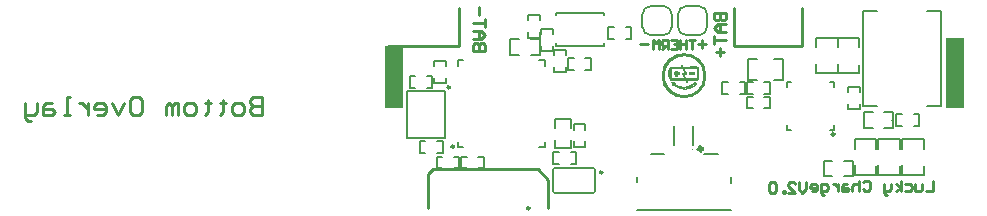
<source format=gbo>
G04 Layer_Color=32896*
%FSLAX44Y44*%
%MOMM*%
G71*
G01*
G75*
%ADD34C,0.2540*%
%ADD43C,0.2500*%
%ADD70C,0.1524*%
%ADD73C,0.2000*%
%ADD74C,0.1000*%
%ADD75C,0.1270*%
%ADD76C,0.1500*%
%ADD123C,0.4000*%
%ADD124C,0.0127*%
%ADD125R,1.5000X5.2500*%
%ADD126R,1.5000X6.0000*%
G36*
X243449Y125444D02*
X250258Y125448D01*
X250490Y125355D01*
X250810Y124907D01*
X250963Y124560D01*
X251057Y124309D01*
X242018Y124242D01*
X241800Y124000D01*
X241773Y123715D01*
X241773Y115996D01*
X241838Y115580D01*
X242166Y115386D01*
X243297Y115386D01*
X252533Y115399D01*
X253109Y115263D01*
X253292Y114932D01*
X253546Y114461D01*
X253660Y114218D01*
X241736Y114263D01*
X241062Y114584D01*
X240804Y114902D01*
X240585Y115616D01*
X240556Y116269D01*
X240604Y117418D01*
X239436D01*
Y122295D01*
X240604D01*
X240616Y124277D01*
X240829Y124833D01*
X241142Y125164D01*
X241518Y125355D01*
X241985Y125456D01*
X243449Y125444D01*
D02*
G37*
G36*
X250795Y126682D02*
X250932Y126561D01*
X254403Y119965D01*
X254574Y119501D01*
X251933D01*
X255318Y113038D01*
X255403Y112844D01*
X255344Y112741D01*
X255031Y112739D01*
X254848Y112796D01*
X254663Y113028D01*
X251233Y119582D01*
X251134Y119860D01*
X253738Y119952D01*
X250400Y126322D01*
X250256Y126664D01*
X250659Y126705D01*
X250795Y126682D01*
D02*
G37*
G36*
X242372Y112643D02*
X243560Y112188D01*
X245084Y111575D01*
X245391Y111401D01*
X245210Y111242D01*
X244567Y110916D01*
X244704Y110765D01*
X245893Y110031D01*
X247885Y109136D01*
X249827Y108597D01*
X251782Y108360D01*
X253873Y108435D01*
X255978Y108860D01*
X257931Y109587D01*
X259809Y110625D01*
X262152Y112410D01*
X262631Y111854D01*
X263109Y111170D01*
X262686Y110765D01*
X261157Y109529D01*
X258846Y108175D01*
X256619Y107324D01*
X254394Y106867D01*
X251984Y106813D01*
X249943Y107169D01*
X247574Y108042D01*
X245609Y109095D01*
X243906Y110306D01*
X243796Y110132D01*
X243370Y109489D01*
X243230Y109490D01*
X242191Y112644D01*
X242372Y112643D01*
D02*
G37*
G36*
X260975Y119145D02*
X256759D01*
Y120466D01*
X260975D01*
Y119145D01*
D02*
G37*
G36*
X247056Y120466D02*
X248478D01*
Y119145D01*
X247056D01*
Y117723D01*
X245684D01*
Y119145D01*
X244262D01*
Y120466D01*
X245684D01*
Y121888D01*
X247056D01*
Y120466D01*
D02*
G37*
G36*
X264452Y125107D02*
X264909Y124006D01*
X264790D01*
X264904Y115598D01*
X264466Y114540D01*
X263408Y114102D01*
Y114216D01*
X255186Y114199D01*
X255029Y114264D01*
X254964Y114421D01*
X254981D01*
X254523Y115386D01*
X263169Y115377D01*
X263445Y115477D01*
X263553Y115693D01*
X263567Y116199D01*
X263566Y123870D01*
X263485Y124156D01*
X263365Y124245D01*
X262847Y124282D01*
X252694Y124267D01*
X252451Y124401D01*
X251933Y125444D01*
X263351Y125563D01*
X264452Y125107D01*
D02*
G37*
D34*
X380320Y68124D02*
G03*
X380320Y68124I-1270J0D01*
G01*
X379304D02*
G03*
X379304Y68124I-254J0D01*
G01*
X58134Y57782D02*
G03*
X58134Y57782I-1093J0D01*
G01*
X57482D02*
G03*
X57482Y57782I-440J0D01*
G01*
X121984Y5542D02*
G03*
X121984Y5542I-1000J0D01*
G01*
X54574Y107936D02*
G03*
X54574Y107936I-1000J0D01*
G01*
X429740Y80130D02*
G03*
X429740Y80130I-254J0D01*
G01*
X183766Y35956D02*
G03*
X183766Y35956I-1000J0D01*
G01*
X270658Y117703D02*
G03*
X270658Y117703I-17761J0D01*
G01*
X39984Y38542D02*
X128984D01*
X137984Y29542D01*
Y5588D02*
Y29542D01*
X35984Y6096D02*
Y34542D01*
X39984Y38542D01*
X463550Y28953D02*
Y20066D01*
X457625D01*
X454663Y25991D02*
Y21547D01*
X453182Y20066D01*
X448738D01*
Y25991D01*
X439851D02*
X444295D01*
X445776Y24510D01*
Y21547D01*
X444295Y20066D01*
X439851D01*
X436889D02*
Y28953D01*
Y23028D02*
X432445Y25991D01*
X436889Y23028D02*
X432445Y20066D01*
X428002Y25991D02*
Y21547D01*
X426520Y20066D01*
X422077D01*
Y18585D01*
X423558Y17104D01*
X425039D01*
X422077Y20066D02*
Y25991D01*
X404302Y27472D02*
X405784Y28953D01*
X408746D01*
X410227Y27472D01*
Y21547D01*
X408746Y20066D01*
X405784D01*
X404302Y21547D01*
X401340Y28953D02*
Y20066D01*
Y24510D01*
X399859Y25991D01*
X396897D01*
X395415Y24510D01*
Y20066D01*
X390972Y25991D02*
X388009D01*
X386528Y24510D01*
Y20066D01*
X390972D01*
X392453Y21547D01*
X390972Y23028D01*
X386528D01*
X383566Y25991D02*
Y20066D01*
Y23028D01*
X382085Y24510D01*
X380603Y25991D01*
X379122D01*
X371716Y17104D02*
X370235D01*
X368754Y18585D01*
Y25991D01*
X373198D01*
X374679Y24510D01*
Y21547D01*
X373198Y20066D01*
X368754D01*
X361348D02*
X364310D01*
X365792Y21547D01*
Y24510D01*
X364310Y25991D01*
X361348D01*
X359867Y24510D01*
Y23028D01*
X365792D01*
X356108Y27683D02*
Y21758D01*
X353146Y18796D01*
X350183Y21758D01*
Y27683D01*
X341296Y18796D02*
X347221D01*
X341296Y24721D01*
Y26202D01*
X342777Y27683D01*
X345740D01*
X347221Y26202D01*
X338334Y18796D02*
Y20277D01*
X336853D01*
Y18796D01*
X338334D01*
X330928Y26202D02*
X329447Y27683D01*
X326484D01*
X325003Y26202D01*
Y20277D01*
X326484Y18796D01*
X329447D01*
X330928Y20277D01*
Y26202D01*
X222758Y144778D02*
X215987D01*
X271272D02*
X264501D01*
X267886Y148164D02*
Y141393D01*
X262128Y148334D02*
X257050D01*
X259589D01*
Y140716D01*
X254510Y148334D02*
Y140716D01*
Y144525D01*
X249432D01*
Y148334D01*
Y140716D01*
X241815Y148334D02*
X246893D01*
Y140716D01*
X241815D01*
X246893Y144525D02*
X244354D01*
X239275Y140716D02*
Y148334D01*
X235467D01*
X234197Y147064D01*
Y144525D01*
X235467Y143255D01*
X239275D01*
X236736D02*
X234197Y140716D01*
X231658D02*
Y148334D01*
X229119Y145794D01*
X226579Y148334D01*
Y140716D01*
X278133Y171196D02*
X288290D01*
Y166118D01*
X286597Y164425D01*
X284904D01*
X283212Y166118D01*
Y171196D01*
Y166118D01*
X281519Y164425D01*
X279826D01*
X278133Y166118D01*
Y171196D01*
X288290Y161039D02*
X281519D01*
X278133Y157654D01*
X281519Y154268D01*
X288290D01*
X283212D01*
Y161039D01*
X278133Y150883D02*
Y144111D01*
Y147497D01*
X288290D01*
X283212Y140726D02*
Y133955D01*
X279826Y137340D02*
X286597D01*
X84325Y138684D02*
X74168D01*
Y143762D01*
X75861Y145455D01*
X77554D01*
X79246Y143762D01*
Y138684D01*
Y143762D01*
X80939Y145455D01*
X82632D01*
X84325Y143762D01*
Y138684D01*
X74168Y148841D02*
X80939D01*
X84325Y152226D01*
X80939Y155612D01*
X74168D01*
X79246D01*
Y148841D01*
X84325Y158997D02*
Y165769D01*
Y162383D01*
X74168D01*
X79246Y169154D02*
Y175925D01*
X-104456Y99281D02*
Y84046D01*
X-112073D01*
X-114613Y86585D01*
Y89124D01*
X-112073Y91664D01*
X-104456D01*
X-112073D01*
X-114613Y94203D01*
Y96742D01*
X-112073Y99281D01*
X-104456D01*
X-122230Y84046D02*
X-127309D01*
X-129848Y86585D01*
Y91664D01*
X-127309Y94203D01*
X-122230D01*
X-119691Y91664D01*
Y86585D01*
X-122230Y84046D01*
X-137465Y96742D02*
Y94203D01*
X-134926D01*
X-140004D01*
X-137465D01*
Y86585D01*
X-140004Y84046D01*
X-150161Y96742D02*
Y94203D01*
X-147622D01*
X-152700D01*
X-150161D01*
Y86585D01*
X-152700Y84046D01*
X-162857D02*
X-167935D01*
X-170474Y86585D01*
Y91664D01*
X-167935Y94203D01*
X-162857D01*
X-160318Y91664D01*
Y86585D01*
X-162857Y84046D01*
X-175553D02*
Y94203D01*
X-178092D01*
X-180631Y91664D01*
Y84046D01*
Y91664D01*
X-183170Y94203D01*
X-185710Y91664D01*
Y84046D01*
X-213641Y99281D02*
X-208562D01*
X-206023Y96742D01*
Y86585D01*
X-208562Y84046D01*
X-213641D01*
X-216180Y86585D01*
Y96742D01*
X-213641Y99281D01*
X-221258Y94203D02*
X-226336Y84046D01*
X-231415Y94203D01*
X-244111Y84046D02*
X-239032D01*
X-236493Y86585D01*
Y91664D01*
X-239032Y94203D01*
X-244111D01*
X-246650Y91664D01*
Y89124D01*
X-236493D01*
X-251728Y94203D02*
Y84046D01*
Y89124D01*
X-254267Y91664D01*
X-256807Y94203D01*
X-259346D01*
X-266963Y84046D02*
X-272042D01*
X-269503D01*
Y99281D01*
X-266963D01*
X-282198Y94203D02*
X-287277D01*
X-289816Y91664D01*
Y84046D01*
X-282198D01*
X-279659Y86585D01*
X-282198Y89124D01*
X-289816D01*
X-294894Y94203D02*
Y86585D01*
X-297433Y84046D01*
X-305051D01*
Y81507D01*
X-302512Y78968D01*
X-299973D01*
X-305051Y84046D02*
Y94203D01*
D43*
X352500Y142500D02*
Y175000D01*
X295000Y142500D02*
X352500D01*
X295000D02*
Y175000D01*
X62500Y142500D02*
Y175000D01*
X2500Y142500D02*
X62500D01*
D70*
X149458Y171186D02*
X185272D01*
X144632Y168822D02*
Y171186D01*
X185272Y168822D02*
Y171186D01*
X144632Y142738D02*
X185272D01*
X144632D02*
Y145103D01*
Y171186D02*
X150777D01*
X185272Y142738D02*
Y145103D01*
X61212Y56952D02*
X65690D01*
X134872D02*
Y61431D01*
X61212Y130612D02*
X65690D01*
X134872Y126133D02*
Y130612D01*
X130393Y56952D02*
X134872D01*
X61212D02*
Y61431D01*
Y126133D02*
Y130612D01*
X130393D02*
X134872D01*
X132160Y138582D02*
Y143082D01*
Y138582D02*
X142160D01*
Y143082D01*
Y153082D02*
Y157582D01*
X132160D02*
X142160D01*
X132160Y153082D02*
Y157582D01*
X432606Y75129D02*
X437106D01*
X432606D02*
Y85129D01*
X437106D01*
X447568D02*
X452068D01*
Y75129D02*
Y85129D01*
X447568Y75129D02*
X452068D01*
X364384Y119620D02*
X382884D01*
X364384Y149620D02*
X382884D01*
X364384Y119620D02*
Y127620D01*
X382884Y119620D02*
Y127120D01*
Y141620D02*
Y149620D01*
X364384Y141620D02*
Y149620D01*
X371040Y45866D02*
X378540D01*
X371040Y32366D02*
Y45866D01*
Y32366D02*
X378540D01*
X388540D02*
X396040D01*
Y45866D01*
X388540D02*
X396040D01*
X120984Y164512D02*
Y169012D01*
X130984D01*
Y164512D02*
Y169012D01*
Y150012D02*
Y154512D01*
X120984Y150012D02*
X130984D01*
X120984D02*
Y154512D01*
X169338Y122762D02*
X173838D01*
Y132762D01*
X169338D02*
X173838D01*
X154838D02*
X159338D01*
X154838Y122762D02*
Y132762D01*
Y122762D02*
X159338D01*
X321000Y90000D02*
X325500D01*
Y100000D01*
X321000D02*
X325500D01*
X306500D02*
X311000D01*
X306500Y90000D02*
Y100000D01*
Y90000D02*
X311000D01*
X299894Y101934D02*
X304394D01*
Y111934D01*
X299894D02*
X304394D01*
X285394D02*
X289894D01*
X285394Y101934D02*
Y111934D01*
Y101934D02*
X289894D01*
X306500Y112000D02*
X311000D01*
X306500Y102000D02*
Y112000D01*
Y102000D02*
X311000D01*
X321000D02*
X325500D01*
Y112000D01*
X321000D02*
X325500D01*
X188874Y159178D02*
X193374D01*
X188874Y149178D02*
Y159178D01*
Y149178D02*
X193374D01*
X203374D02*
X207874D01*
Y159178D01*
X203374D02*
X207874D01*
X105610Y148990D02*
X113110D01*
X105610Y135490D02*
Y148990D01*
Y135490D02*
X113110D01*
X123110D02*
X130610D01*
Y148990D01*
X123110D02*
X130610D01*
X156892Y53006D02*
X161392D01*
Y43006D02*
Y53006D01*
X156892Y43006D02*
X161392D01*
X142392D02*
X146892D01*
X142392D02*
Y53006D01*
X146892D01*
X43490Y39120D02*
X47990D01*
X43490D02*
Y49120D01*
X47990D01*
X57990D02*
X62490D01*
Y39120D02*
Y49120D01*
X57990Y39120D02*
X62490D01*
X35130Y117192D02*
X39630D01*
Y107192D02*
Y117192D01*
X35130Y107192D02*
X39630D01*
X20630D02*
X25130D01*
X20630D02*
Y117192D01*
X25130D01*
X29520Y52582D02*
X34020D01*
X29520D02*
Y62582D01*
X34020D01*
X44020D02*
X48520D01*
Y52582D02*
Y62582D01*
X44020Y52582D02*
X48520D01*
X143872Y56080D02*
Y63580D01*
Y56080D02*
X157372D01*
Y63580D01*
Y73580D02*
Y81080D01*
X143872D02*
X157372D01*
X143872Y73580D02*
Y81080D01*
X143082Y135302D02*
Y139802D01*
X153082D01*
Y135302D02*
Y139802D01*
Y120802D02*
Y125302D01*
X143082Y120802D02*
X153082D01*
X143082D02*
Y125302D01*
X159338Y72056D02*
Y76556D01*
X169338D01*
Y72056D02*
Y76556D01*
Y57556D02*
Y62056D01*
X159338Y57556D02*
X169338D01*
X159338D02*
Y62056D01*
X78818Y49120D02*
X83318D01*
Y39120D02*
Y49120D01*
X78818Y39120D02*
X83318D01*
X64318D02*
X68818D01*
X64318D02*
Y49120D01*
X68818D01*
X41228Y125904D02*
Y130404D01*
X51228D01*
Y125904D02*
Y130404D01*
Y111404D02*
Y115904D01*
X41228Y111404D02*
X51228D01*
X41228D02*
Y115904D01*
X405000Y86750D02*
X412500D01*
X405000Y73250D02*
Y86750D01*
Y73250D02*
X412500D01*
X422500D02*
X430000D01*
Y86750D01*
X422500D02*
X430000D01*
X307000Y113750D02*
Y132250D01*
X337000Y113750D02*
Y132250D01*
X307000D02*
X315000D01*
X307000Y113750D02*
X314500D01*
X329000D02*
X337000D01*
X329000Y132250D02*
X337000D01*
X437274Y34000D02*
X455774D01*
X437274Y64000D02*
X455774D01*
X437274Y34000D02*
Y42000D01*
X455774Y34000D02*
Y41500D01*
Y56000D02*
Y64000D01*
X437274Y56000D02*
Y64000D01*
X417336Y33956D02*
X435836D01*
X417336Y63956D02*
X435836D01*
X417336Y33956D02*
Y41956D01*
X435836Y33956D02*
Y41456D01*
Y55956D02*
Y63956D01*
X417336Y55956D02*
Y63956D01*
X397270Y33956D02*
X415770D01*
X397270Y63956D02*
X415770D01*
X397270Y33956D02*
Y41956D01*
X415770Y33956D02*
Y41456D01*
Y55956D02*
Y63956D01*
X397270Y55956D02*
Y63956D01*
X401974Y89426D02*
Y93926D01*
X391974Y89426D02*
X401974D01*
X391974D02*
Y93926D01*
Y103926D02*
Y108426D01*
X401974D01*
Y103926D02*
Y108426D01*
X382926Y119620D02*
X401426D01*
X382926Y149620D02*
X401426D01*
X382926Y119620D02*
Y127620D01*
X401426Y119620D02*
Y127120D01*
Y141620D02*
Y149620D01*
X382926Y141620D02*
Y149620D01*
D73*
X235110Y151838D02*
G03*
X242610Y159338I0J7500D01*
G01*
Y169338D02*
G03*
X235110Y176838I-7500J0D01*
G01*
X225110D02*
G03*
X217610Y169338I0J-7500D01*
G01*
Y159338D02*
G03*
X225110Y151838I7500J0D01*
G01*
X247610Y159338D02*
G03*
X255110Y151838I7500J0D01*
G01*
Y176838D02*
G03*
X247610Y169338I0J-7500D01*
G01*
X272610Y169338D02*
G03*
X265110Y176838I-7500J0D01*
G01*
X265110Y151838D02*
G03*
X272610Y159338I0J7500D01*
G01*
X177766Y37956D02*
G03*
X175766Y39956I-2000J0D01*
G01*
Y17956D02*
G03*
X177766Y19956I0J2000D01*
G01*
X141766D02*
G03*
X143766Y17956I2000J0D01*
G01*
Y39956D02*
G03*
X141766Y37956I0J-2000D01*
G01*
X458390Y92083D02*
X470390D01*
X458390Y172083D02*
X470390D01*
Y92083D02*
Y172083D01*
X404388Y92080D02*
Y172080D01*
Y92080D02*
X416388D01*
X404388Y172080D02*
X416388D01*
X230110Y151838D02*
X235110D01*
X242610Y159338D02*
Y169338D01*
X225110Y176838D02*
X235110D01*
X217610Y159338D02*
Y169338D01*
X225110Y151838D02*
X230110D01*
X255110D02*
X260110D01*
X247610Y159338D02*
Y169338D01*
X255110Y176838D02*
X265110D01*
X272610Y159338D02*
Y169338D01*
X260110Y151838D02*
X265110D01*
X172766Y39956D02*
X175766D01*
X177766Y19956D02*
Y37956D01*
X143766Y17956D02*
X175766D01*
X141766Y19956D02*
Y37956D01*
X143766Y39956D02*
X146766D01*
X172766D01*
D74*
X260472Y55560D02*
G03*
X260472Y55560I-500J0D01*
G01*
D75*
X340000Y72000D02*
X343700D01*
X340000D02*
Y75700D01*
Y108300D02*
Y112000D01*
X343700D01*
X376300D02*
X380000D01*
Y108300D02*
Y112000D01*
Y72000D02*
Y75700D01*
X376300Y72000D02*
X380000D01*
X244222Y59310D02*
Y75310D01*
X260222Y59310D02*
Y75310D01*
D76*
X18574Y64936D02*
Y104936D01*
Y64936D02*
X50574D01*
Y104936D01*
X18574D02*
X50574D01*
X213000Y27500D02*
Y31500D01*
X293000Y27250D02*
Y31500D01*
X270000Y51500D02*
X281300D01*
X224700Y51250D02*
X236000D01*
X213000Y4250D02*
X292500D01*
D123*
X268164Y55750D02*
G03*
X268164Y55750I-1414J0D01*
G01*
D124*
X242179Y112694D02*
X242227Y112682D01*
X242276Y112669D01*
X242324Y112656D01*
X242372Y112643D01*
X242420Y112629D01*
X242468Y112614D01*
X242516Y112599D01*
X242564Y112584D01*
X242612Y112568D01*
X242660Y112552D01*
X242708Y112535D01*
X242756Y112518D01*
X242803Y112500D01*
X242851Y112483D01*
X242899Y112464D01*
X242946Y112446D01*
X242994Y112427D01*
X243041Y112408D01*
X243089Y112389D01*
X243136Y112369D01*
X243183Y112350D01*
X243231Y112330D01*
X243278Y112310D01*
X243325Y112290D01*
X243372Y112270D01*
X243419Y112249D01*
X243466Y112229D01*
X243513Y112209D01*
X243560Y112188D01*
X243607Y112168D01*
X243654Y112147D01*
X243701Y112127D01*
X243747Y112107D01*
X243794Y112086D01*
X243841Y112066D01*
X243887Y112046D01*
X243934Y112026D01*
X243980Y112007D01*
X244026Y111987D01*
X244073Y111968D01*
X244119Y111949D01*
X244165Y111930D01*
X244211Y111911D01*
X244256Y111893D01*
X244303Y111876D01*
X244350Y111858D01*
X244397Y111841D01*
X244445Y111823D01*
X244494Y111806D01*
X244543Y111788D01*
X244593Y111770D01*
X244643Y111753D01*
X244692Y111734D01*
X244742Y111716D01*
X244792Y111697D01*
X244841Y111678D01*
X244891Y111659D01*
X244940Y111639D01*
X244988Y111618D01*
X245036Y111597D01*
X245084Y111575D01*
X245131Y111553D01*
X245176Y111530D01*
X245222Y111506D01*
X245266Y111481D01*
X245309Y111455D01*
X245350Y111429D01*
X245391Y111401D01*
X245430Y111373D01*
X245387Y111347D02*
X245430Y111373D01*
X245343Y111321D02*
X245387Y111347D01*
X245298Y111295D02*
X245343Y111321D01*
X245254Y111268D02*
X245298Y111295D01*
X245210Y111242D02*
X245254Y111268D01*
X245165Y111216D02*
X245210Y111242D01*
X245120Y111189D02*
X245165Y111216D01*
X245075Y111163D02*
X245120Y111189D01*
X245030Y111138D02*
X245075Y111163D01*
X244985Y111112D02*
X245030Y111138D01*
X244939Y111087D02*
X244985Y111112D01*
X244893Y111063D02*
X244939Y111087D01*
X244847Y111039D02*
X244893Y111063D01*
X244801Y111016D02*
X244847Y111039D01*
X244755Y110994D02*
X244801Y111016D01*
X244708Y110973D02*
X244755Y110994D01*
X244661Y110953D02*
X244708Y110973D01*
X244614Y110934D02*
X244661Y110953D01*
X244567Y110916D02*
X244614Y110934D01*
X244567Y110916D02*
X244599Y110876D01*
X244632Y110838D01*
X244667Y110801D01*
X244704Y110765D01*
X244742Y110730D01*
X244781Y110697D01*
X244822Y110664D01*
X244863Y110632D01*
X244905Y110602D01*
X244949Y110572D01*
X244993Y110543D01*
X245037Y110514D01*
X245082Y110486D01*
X245128Y110459D01*
X245173Y110432D01*
X245219Y110406D01*
X245266Y110380D01*
X245312Y110354D01*
X245358Y110329D01*
X245404Y110304D01*
X245449Y110279D01*
X245494Y110254D01*
X245539Y110229D01*
X245583Y110204D01*
X245627Y110179D01*
X245671Y110154D01*
X245715Y110129D01*
X245760Y110105D01*
X245804Y110080D01*
X245849Y110056D01*
X245893Y110031D01*
X245938Y110007D01*
X245983Y109983D01*
X246028Y109959D01*
X246073Y109936D01*
X246118Y109912D01*
X246163Y109889D01*
X246208Y109866D01*
X246254Y109842D01*
X246299Y109819D01*
X246344Y109797D01*
X246390Y109774D01*
X246435Y109752D01*
X246481Y109729D01*
X246527Y109707D01*
X246573Y109685D01*
X246618Y109663D01*
X246665Y109642D01*
X246710Y109620D01*
X246757Y109599D01*
X246803Y109577D01*
X246849Y109556D01*
X246895Y109535D01*
X246942Y109515D01*
X246988Y109494D01*
X247035Y109474D01*
X247082Y109453D01*
X247128Y109433D01*
X247175Y109414D01*
X247222Y109394D01*
X247269Y109374D01*
X247316Y109355D01*
X247363Y109336D01*
X247410Y109317D01*
X247457Y109298D01*
X247505Y109279D01*
X247552Y109261D01*
X247599Y109242D01*
X247647Y109224D01*
X247694Y109206D01*
X247742Y109188D01*
X247789Y109171D01*
X247837Y109153D01*
X247885Y109136D01*
X247933Y109119D01*
X247981Y109102D01*
X248029Y109085D01*
X248077Y109068D01*
X248125Y109052D01*
X248173Y109036D01*
X248222Y109020D01*
X248270Y109004D01*
X248319Y108988D01*
X248367Y108973D01*
X248416Y108958D01*
X248464Y108942D01*
X248513Y108928D01*
X248561Y108913D01*
X248610Y108898D01*
X248659Y108884D01*
X248707Y108870D01*
X248756Y108856D01*
X248804Y108842D01*
X248853Y108829D01*
X248902Y108815D01*
X248950Y108802D01*
X248999Y108789D01*
X249048Y108776D01*
X249096Y108764D01*
X249145Y108751D01*
X249193Y108739D01*
X249242Y108727D01*
X249291Y108715D01*
X249340Y108703D01*
X249388Y108692D01*
X249437Y108680D01*
X249486Y108669D01*
X249535Y108659D01*
X249583Y108648D01*
X249632Y108637D01*
X249681Y108627D01*
X249730Y108617D01*
X249779Y108607D01*
X249827Y108597D01*
X249876Y108587D01*
X249925Y108578D01*
X249974Y108569D01*
X250023Y108560D01*
X250072Y108551D01*
X250121Y108542D01*
X250169Y108534D01*
X250218Y108526D01*
X250267Y108518D01*
X250316Y108510D01*
X250365Y108502D01*
X250414Y108494D01*
X250462Y108487D01*
X250511Y108480D01*
X250560Y108473D01*
X250609Y108466D01*
X250658Y108460D01*
X250707Y108453D01*
X250756Y108447D01*
X250805Y108441D01*
X250854Y108435D01*
X250903Y108429D01*
X250951Y108424D01*
X251000Y108419D01*
X251049Y108414D01*
X251098Y108409D01*
X251147Y108404D01*
X251196Y108400D01*
X251245Y108395D01*
X251294Y108391D01*
X251343Y108387D01*
X251391Y108383D01*
X251440Y108380D01*
X251489Y108376D01*
X251538Y108373D01*
X251587Y108370D01*
X251636Y108367D01*
X251684Y108365D01*
X251733Y108362D01*
X251782Y108360D01*
X251831Y108358D01*
X251880Y108356D01*
X251929Y108354D01*
X251978Y108352D01*
X252026Y108351D01*
X252075Y108350D01*
X252124Y108349D01*
X252173Y108348D01*
X252222Y108348D01*
X252270Y108347D01*
X252319Y108347D01*
X252368Y108347D01*
X252417Y108347D01*
X252465Y108347D01*
X252514Y108348D01*
X252563Y108348D01*
X252612Y108349D01*
X252660Y108350D01*
X252709Y108351D01*
X252757Y108353D01*
X252806Y108354D01*
X252855Y108356D01*
X252903Y108358D01*
X252952Y108360D01*
X253001Y108362D01*
X253049Y108365D01*
X253098Y108368D01*
X253146Y108371D01*
X253195Y108373D01*
X253244Y108377D01*
X253292Y108380D01*
X253341Y108384D01*
X253389Y108387D01*
X253438Y108392D01*
X253486Y108396D01*
X253535Y108400D01*
X253583Y108405D01*
X253631Y108409D01*
X253680Y108414D01*
X253728Y108419D01*
X253777Y108424D01*
X253825Y108430D01*
X253873Y108435D01*
X253922Y108441D01*
X253970Y108447D01*
X254018Y108453D01*
X254067Y108460D01*
X254115Y108466D01*
X254163Y108473D01*
X254211Y108480D01*
X254259Y108487D01*
X254308Y108494D01*
X254356Y108501D01*
X254404Y108509D01*
X254452Y108517D01*
X254500Y108525D01*
X254548Y108533D01*
X254596Y108541D01*
X254644Y108549D01*
X254692Y108558D01*
X254740Y108567D01*
X254788Y108576D01*
X254836Y108585D01*
X254884Y108595D01*
X254932Y108604D01*
X254980Y108614D01*
X255028Y108624D01*
X255075Y108634D01*
X255123Y108644D01*
X255171Y108655D01*
X255219Y108665D01*
X255266Y108676D01*
X255314Y108687D01*
X255361Y108699D01*
X255409Y108710D01*
X255457Y108721D01*
X255504Y108733D01*
X255552Y108745D01*
X255599Y108757D01*
X255647Y108769D01*
X255694Y108782D01*
X255742Y108794D01*
X255789Y108807D01*
X255836Y108820D01*
X255884Y108833D01*
X255931Y108847D01*
X255978Y108860D01*
X256025Y108874D01*
X256073Y108888D01*
X256120Y108902D01*
X256167Y108916D01*
X256214Y108930D01*
X256261Y108945D01*
X256308Y108960D01*
X256355Y108975D01*
X256402Y108990D01*
X256449Y109005D01*
X256496Y109020D01*
X256543Y109036D01*
X256590Y109052D01*
X256636Y109068D01*
X256683Y109084D01*
X256730Y109100D01*
X256777Y109117D01*
X256823Y109134D01*
X256870Y109150D01*
X256917Y109167D01*
X256963Y109185D01*
X257010Y109202D01*
X257056Y109220D01*
X257102Y109237D01*
X257149Y109255D01*
X257195Y109273D01*
X257241Y109292D01*
X257288Y109310D01*
X257334Y109329D01*
X257380Y109348D01*
X257426Y109367D01*
X257472Y109386D01*
X257519Y109405D01*
X257565Y109424D01*
X257610Y109444D01*
X257656Y109464D01*
X257702Y109484D01*
X257748Y109504D01*
X257794Y109525D01*
X257840Y109545D01*
X257885Y109566D01*
X257931Y109587D01*
X257977Y109608D01*
X258022Y109629D01*
X258068Y109650D01*
X258113Y109672D01*
X258159Y109694D01*
X258204Y109716D01*
X258250Y109738D01*
X258295Y109760D01*
X258340Y109783D01*
X258386Y109805D01*
X258431Y109828D01*
X258476Y109851D01*
X258521Y109874D01*
X258566Y109898D01*
X258611Y109921D01*
X258656Y109945D01*
X258701Y109969D01*
X258746Y109993D01*
X258791Y110017D01*
X258836Y110041D01*
X258881Y110066D01*
X258926Y110091D01*
X258971Y110116D01*
X259016Y110142D01*
X259060Y110167D01*
X259105Y110193D01*
X259150Y110218D01*
X259194Y110245D01*
X259239Y110271D01*
X259283Y110297D01*
X259327Y110323D01*
X259372Y110350D01*
X259416Y110377D01*
X259460Y110404D01*
X259504Y110431D01*
X259548Y110458D01*
X259591Y110486D01*
X259635Y110513D01*
X259679Y110541D01*
X259722Y110569D01*
X259766Y110597D01*
X259809Y110625D01*
X259852Y110653D01*
X259895Y110682D01*
X259939Y110710D01*
X259982Y110739D01*
X260025Y110768D01*
X260067Y110797D01*
X260110Y110826D01*
X260153Y110855D01*
X260195Y110885D01*
X260238Y110914D01*
X260280Y110944D01*
X260322Y110974D01*
X260365Y111003D01*
X260407Y111033D01*
X260449Y111063D01*
X260490Y111094D01*
X260532Y111124D01*
X260574Y111154D01*
X260616Y111185D01*
X260657Y111216D01*
X260698Y111246D01*
X260740Y111277D01*
X260781Y111308D01*
X260822Y111339D01*
X260863Y111370D01*
X260904Y111402D01*
X260945Y111433D01*
X260985Y111464D01*
X261026Y111496D01*
X261066Y111528D01*
X261107Y111560D01*
X261147Y111593D01*
X261187Y111625D01*
X261227Y111658D01*
X261267Y111692D01*
X261307Y111725D01*
X261346Y111758D01*
X261386Y111792D01*
X261425Y111826D01*
X261465Y111859D01*
X261504Y111893D01*
X261544Y111927D01*
X261583Y111960D01*
X261623Y111994D01*
X261663Y112028D01*
X261702Y112061D01*
X261742Y112094D01*
X261782Y112127D01*
X261823Y112160D01*
X261863Y112192D01*
X261903Y112225D01*
X261944Y112256D01*
X261985Y112288D01*
X262026Y112319D01*
X262068Y112350D01*
X262110Y112380D01*
X262152Y112410D01*
X262194Y112440D01*
X262225Y112397D01*
X262255Y112355D01*
X262286Y112313D01*
X262317Y112271D01*
X262348Y112229D01*
X262379Y112188D01*
X262411Y112146D01*
X262442Y112104D01*
X262474Y112062D01*
X262505Y112021D01*
X262537Y111979D01*
X262568Y111937D01*
X262599Y111895D01*
X262631Y111854D01*
X262662Y111812D01*
X262693Y111770D01*
X262724Y111728D01*
X262755Y111686D01*
X262786Y111643D01*
X262817Y111601D01*
X262847Y111559D01*
X262877Y111516D01*
X262907Y111474D01*
X262937Y111431D01*
X262966Y111388D01*
X262996Y111344D01*
X263024Y111301D01*
X263053Y111257D01*
X263081Y111214D01*
X263109Y111170D01*
X263074Y111135D02*
X263109Y111170D01*
X263039Y111101D02*
X263074Y111135D01*
X263005Y111067D02*
X263039Y111101D01*
X262970Y111033D02*
X263005Y111067D01*
X262935Y110999D02*
X262970Y111033D01*
X262900Y110965D02*
X262935Y110999D01*
X262864Y110932D02*
X262900Y110965D01*
X262829Y110898D02*
X262864Y110932D01*
X262794Y110865D02*
X262829Y110898D01*
X262758Y110831D02*
X262794Y110865D01*
X262722Y110798D02*
X262758Y110831D01*
X262686Y110765D02*
X262722Y110798D01*
X262650Y110732D02*
X262686Y110765D01*
X262614Y110699D02*
X262650Y110732D01*
X262578Y110666D02*
X262614Y110699D01*
X262542Y110633D02*
X262578Y110666D01*
X262505Y110601D02*
X262542Y110633D01*
X262468Y110568D02*
X262505Y110601D01*
X262432Y110536D02*
X262468Y110568D01*
X262395Y110503D02*
X262432Y110536D01*
X262358Y110471D02*
X262395Y110503D01*
X262321Y110439D02*
X262358Y110471D01*
X262284Y110407D02*
X262321Y110439D01*
X262246Y110375D02*
X262284Y110407D01*
X262209Y110343D02*
X262246Y110375D01*
X262171Y110312D02*
X262209Y110343D01*
X262134Y110280D02*
X262171Y110312D01*
X262096Y110249D02*
X262134Y110280D01*
X262058Y110217D02*
X262096Y110249D01*
X262020Y110186D02*
X262058Y110217D01*
X261982Y110155D02*
X262020Y110186D01*
X261944Y110124D02*
X261982Y110155D01*
X261905Y110093D02*
X261944Y110124D01*
X261867Y110063D02*
X261905Y110093D01*
X261828Y110032D02*
X261867Y110063D01*
X261790Y110001D02*
X261828Y110032D01*
X261751Y109971D02*
X261790Y110001D01*
X261712Y109941D02*
X261751Y109971D01*
X261673Y109910D02*
X261712Y109941D01*
X261634Y109880D02*
X261673Y109910D01*
X261595Y109850D02*
X261634Y109880D01*
X261556Y109820D02*
X261595Y109850D01*
X261516Y109791D02*
X261556Y109820D01*
X261477Y109761D02*
X261516Y109791D01*
X261437Y109732D02*
X261477Y109761D01*
X261397Y109702D02*
X261437Y109732D01*
X261357Y109673D02*
X261397Y109702D01*
X261318Y109644D02*
X261357Y109673D01*
X261278Y109615D02*
X261318Y109644D01*
X261237Y109586D02*
X261278Y109615D01*
X261197Y109557D02*
X261237Y109586D01*
X261157Y109529D02*
X261197Y109557D01*
X261116Y109500D02*
X261157Y109529D01*
X261076Y109472D02*
X261116Y109500D01*
X261035Y109444D02*
X261076Y109472D01*
X260994Y109415D02*
X261035Y109444D01*
X260954Y109387D02*
X260994Y109415D01*
X260913Y109360D02*
X260954Y109387D01*
X260872Y109332D02*
X260913Y109360D01*
X260831Y109304D02*
X260872Y109332D01*
X260789Y109277D02*
X260831Y109304D01*
X260748Y109249D02*
X260789Y109277D01*
X260707Y109222D02*
X260748Y109249D01*
X260665Y109195D02*
X260707Y109222D01*
X260624Y109168D02*
X260665Y109195D01*
X260582Y109141D02*
X260624Y109168D01*
X260540Y109114D02*
X260582Y109141D01*
X260498Y109087D02*
X260540Y109114D01*
X260456Y109061D02*
X260498Y109087D01*
X260414Y109035D02*
X260456Y109061D01*
X260372Y109008D02*
X260414Y109035D01*
X260330Y108982D02*
X260372Y109008D01*
X260288Y108956D02*
X260330Y108982D01*
X260245Y108930D02*
X260288Y108956D01*
X260203Y108905D02*
X260245Y108930D01*
X260160Y108879D02*
X260203Y108905D01*
X260118Y108854D02*
X260160Y108879D01*
X260075Y108828D02*
X260118Y108854D01*
X260032Y108803D02*
X260075Y108828D01*
X259989Y108778D02*
X260032Y108803D01*
X259946Y108753D02*
X259989Y108778D01*
X259903Y108728D02*
X259946Y108753D01*
X259860Y108704D02*
X259903Y108728D01*
X259817Y108679D02*
X259860Y108704D01*
X259773Y108655D02*
X259817Y108679D01*
X259730Y108631D02*
X259773Y108655D01*
X259687Y108606D02*
X259730Y108631D01*
X259643Y108582D02*
X259687Y108606D01*
X259599Y108559D02*
X259643Y108582D01*
X259555Y108535D02*
X259599Y108559D01*
X259512Y108511D02*
X259555Y108535D01*
X259468Y108488D02*
X259512Y108511D01*
X259424Y108465D02*
X259468Y108488D01*
X259380Y108441D02*
X259424Y108465D01*
X259336Y108418D02*
X259380Y108441D01*
X259292Y108396D02*
X259336Y108418D01*
X259247Y108373D02*
X259292Y108396D01*
X259203Y108350D02*
X259247Y108373D01*
X259159Y108328D02*
X259203Y108350D01*
X259114Y108306D02*
X259159Y108328D01*
X259069Y108283D02*
X259114Y108306D01*
X259025Y108261D02*
X259069Y108283D01*
X258980Y108239D02*
X259025Y108261D01*
X258935Y108218D02*
X258980Y108239D01*
X258891Y108196D02*
X258935Y108218D01*
X258846Y108175D02*
X258891Y108196D01*
X258801Y108153D02*
X258846Y108175D01*
X258756Y108132D02*
X258801Y108153D01*
X258711Y108111D02*
X258756Y108132D01*
X258665Y108090D02*
X258711Y108111D01*
X258620Y108070D02*
X258665Y108090D01*
X258575Y108049D02*
X258620Y108070D01*
X258529Y108029D02*
X258575Y108049D01*
X258484Y108008D02*
X258529Y108029D01*
X258438Y107988D02*
X258484Y108008D01*
X258393Y107968D02*
X258438Y107988D01*
X258347Y107949D02*
X258393Y107968D01*
X258302Y107929D02*
X258347Y107949D01*
X258256Y107909D02*
X258302Y107929D01*
X258210Y107890D02*
X258256Y107909D01*
X258164Y107871D02*
X258210Y107890D01*
X258118Y107852D02*
X258164Y107871D01*
X258072Y107833D02*
X258118Y107852D01*
X258026Y107814D02*
X258072Y107833D01*
X257980Y107795D02*
X258026Y107814D01*
X257934Y107777D02*
X257980Y107795D01*
X257887Y107759D02*
X257934Y107777D01*
X257841Y107741D02*
X257887Y107759D01*
X257795Y107723D02*
X257841Y107741D01*
X257749Y107705D02*
X257795Y107723D01*
X257702Y107687D02*
X257749Y107705D01*
X257656Y107670D02*
X257702Y107687D01*
X257609Y107652D02*
X257656Y107670D01*
X257562Y107635D02*
X257609Y107652D01*
X257516Y107618D02*
X257562Y107635D01*
X257469Y107601D02*
X257516Y107618D01*
X257422Y107584D02*
X257469Y107601D01*
X257375Y107568D02*
X257422Y107584D01*
X257328Y107551D02*
X257375Y107568D01*
X257281Y107535D02*
X257328Y107551D01*
X257234Y107519D02*
X257281Y107535D01*
X257187Y107503D02*
X257234Y107519D01*
X257140Y107487D02*
X257187Y107503D01*
X257093Y107472D02*
X257140Y107487D01*
X257046Y107456D02*
X257093Y107472D01*
X256999Y107441D02*
X257046Y107456D01*
X256951Y107426D02*
X256999Y107441D01*
X256904Y107411D02*
X256951Y107426D01*
X256857Y107396D02*
X256904Y107411D01*
X256809Y107381D02*
X256857Y107396D01*
X256762Y107367D02*
X256809Y107381D01*
X256714Y107353D02*
X256762Y107367D01*
X256667Y107338D02*
X256714Y107353D01*
X256619Y107324D02*
X256667Y107338D01*
X256572Y107310D02*
X256619Y107324D01*
X256524Y107297D02*
X256572Y107310D01*
X256476Y107283D02*
X256524Y107297D01*
X256428Y107270D02*
X256476Y107283D01*
X256381Y107257D02*
X256428Y107270D01*
X256333Y107244D02*
X256381Y107257D01*
X256285Y107231D02*
X256333Y107244D01*
X256237Y107218D02*
X256285Y107231D01*
X256189Y107206D02*
X256237Y107218D01*
X256141Y107194D02*
X256189Y107206D01*
X256093Y107182D02*
X256141Y107194D01*
X256045Y107170D02*
X256093Y107182D01*
X255997Y107158D02*
X256045Y107170D01*
X255949Y107146D02*
X255997Y107158D01*
X255901Y107135D02*
X255949Y107146D01*
X255852Y107123D02*
X255901Y107135D01*
X255804Y107112D02*
X255852Y107123D01*
X255756Y107101D02*
X255804Y107112D01*
X255708Y107091D02*
X255756Y107101D01*
X255659Y107080D02*
X255708Y107091D01*
X255611Y107070D02*
X255659Y107080D01*
X255563Y107059D02*
X255611Y107070D01*
X255514Y107049D02*
X255563Y107059D01*
X255466Y107039D02*
X255514Y107049D01*
X255417Y107030D02*
X255466Y107039D01*
X255369Y107020D02*
X255417Y107030D01*
X255320Y107011D02*
X255369Y107020D01*
X255272Y107001D02*
X255320Y107011D01*
X255223Y106993D02*
X255272Y107001D01*
X255174Y106984D02*
X255223Y106993D01*
X255126Y106975D02*
X255174Y106984D01*
X255077Y106967D02*
X255126Y106975D01*
X255028Y106958D02*
X255077Y106967D01*
X254980Y106950D02*
X255028Y106958D01*
X254931Y106942D02*
X254980Y106950D01*
X254882Y106934D02*
X254931Y106942D01*
X254834Y106927D02*
X254882Y106934D01*
X254785Y106919D02*
X254834Y106927D01*
X254736Y106912D02*
X254785Y106919D01*
X254687Y106905D02*
X254736Y106912D01*
X254638Y106898D02*
X254687Y106905D01*
X254589Y106892D02*
X254638Y106898D01*
X254541Y106885D02*
X254589Y106892D01*
X254492Y106879D02*
X254541Y106885D01*
X254443Y106873D02*
X254492Y106879D01*
X254394Y106867D02*
X254443Y106873D01*
X254345Y106861D02*
X254394Y106867D01*
X254296Y106856D02*
X254345Y106861D01*
X254247Y106850D02*
X254296Y106856D01*
X254198Y106845D02*
X254247Y106850D01*
X254149Y106840D02*
X254198Y106845D01*
X254100Y106835D02*
X254149Y106840D01*
X254051Y106831D02*
X254100Y106835D01*
X254002Y106826D02*
X254051Y106831D01*
X253953Y106822D02*
X254002Y106826D01*
X253904Y106818D02*
X253953Y106822D01*
X253854Y106814D02*
X253904Y106818D01*
X253805Y106811D02*
X253854Y106814D01*
X253756Y106807D02*
X253805Y106811D01*
X253707Y106804D02*
X253756Y106807D01*
X253658Y106801D02*
X253707Y106804D01*
X253609Y106798D02*
X253658Y106801D01*
X253560Y106795D02*
X253609Y106798D01*
X253510Y106792D02*
X253560Y106795D01*
X253461Y106790D02*
X253510Y106792D01*
X253412Y106788D02*
X253461Y106790D01*
X253363Y106786D02*
X253412Y106788D01*
X253314Y106784D02*
X253363Y106786D01*
X253265Y106783D02*
X253314Y106784D01*
X253216Y106782D02*
X253265Y106783D01*
X253166Y106780D02*
X253216Y106782D01*
X253117Y106779D02*
X253166Y106780D01*
X253068Y106779D02*
X253117Y106779D01*
X253019Y106778D02*
X253068Y106779D01*
X252970Y106778D02*
X253019Y106778D01*
X252920Y106777D02*
X252970Y106778D01*
X252871Y106777D02*
X252920Y106777D01*
X252822Y106778D02*
X252871Y106777D01*
X252773Y106778D02*
X252822Y106778D01*
X252724Y106779D02*
X252773Y106778D01*
X252675Y106780D02*
X252724Y106779D01*
X252626Y106781D02*
X252675Y106780D01*
X252576Y106782D02*
X252626Y106781D01*
X252527Y106783D02*
X252576Y106782D01*
X252478Y106785D02*
X252527Y106783D01*
X252429Y106787D02*
X252478Y106785D01*
X252380Y106789D02*
X252429Y106787D01*
X252331Y106791D02*
X252380Y106789D01*
X252281Y106793D02*
X252331Y106791D01*
X252232Y106796D02*
X252281Y106793D01*
X252183Y106799D02*
X252232Y106796D01*
X252134Y106802D02*
X252183Y106799D01*
X252085Y106805D02*
X252134Y106802D01*
X252034Y106809D02*
X252085Y106805D01*
X251984Y106813D02*
X252034Y106809D01*
X251933Y106817D02*
X251984Y106813D01*
X251882Y106821D02*
X251933Y106817D01*
X251831Y106826D02*
X251882Y106821D01*
X251781Y106831D02*
X251831Y106826D01*
X251730Y106836D02*
X251781Y106831D01*
X251680Y106841D02*
X251730Y106836D01*
X251630Y106847D02*
X251680Y106841D01*
X251579Y106852D02*
X251630Y106847D01*
X251529Y106858D02*
X251579Y106852D01*
X251479Y106865D02*
X251529Y106858D01*
X251428Y106871D02*
X251479Y106865D01*
X251378Y106878D02*
X251428Y106871D01*
X251328Y106885D02*
X251378Y106878D01*
X251278Y106892D02*
X251328Y106885D01*
X251228Y106899D02*
X251278Y106892D01*
X251178Y106907D02*
X251228Y106899D01*
X251128Y106915D02*
X251178Y106907D01*
X251078Y106923D02*
X251128Y106915D01*
X251028Y106931D02*
X251078Y106923D01*
X250978Y106940D02*
X251028Y106931D01*
X250928Y106949D02*
X250978Y106940D01*
X250879Y106958D02*
X250928Y106949D01*
X250829Y106967D02*
X250879Y106958D01*
X250779Y106976D02*
X250829Y106967D01*
X250730Y106986D02*
X250779Y106976D01*
X250680Y106996D02*
X250730Y106986D01*
X250630Y107006D02*
X250680Y106996D01*
X250581Y107016D02*
X250630Y107006D01*
X250532Y107027D02*
X250581Y107016D01*
X250482Y107037D02*
X250532Y107027D01*
X250433Y107048D02*
X250482Y107037D01*
X250384Y107060D02*
X250433Y107048D01*
X250335Y107071D02*
X250384Y107060D01*
X250285Y107082D02*
X250335Y107071D01*
X250236Y107094D02*
X250285Y107082D01*
X250187Y107106D02*
X250236Y107094D01*
X250138Y107118D02*
X250187Y107106D01*
X250089Y107131D02*
X250138Y107118D01*
X250040Y107143D02*
X250089Y107131D01*
X249992Y107156D02*
X250040Y107143D01*
X249943Y107169D02*
X249992Y107156D01*
X249894Y107182D02*
X249943Y107169D01*
X249845Y107196D02*
X249894Y107182D01*
X249797Y107209D02*
X249845Y107196D01*
X249748Y107223D02*
X249797Y107209D01*
X249700Y107237D02*
X249748Y107223D01*
X249651Y107251D02*
X249700Y107237D01*
X249603Y107265D02*
X249651Y107251D01*
X249555Y107280D02*
X249603Y107265D01*
X249506Y107294D02*
X249555Y107280D01*
X249458Y107309D02*
X249506Y107294D01*
X249410Y107324D02*
X249458Y107309D01*
X249362Y107339D02*
X249410Y107324D01*
X249313Y107355D02*
X249362Y107339D01*
X249265Y107370D02*
X249313Y107355D01*
X249217Y107386D02*
X249265Y107370D01*
X249170Y107402D02*
X249217Y107386D01*
X249122Y107418D02*
X249170Y107402D01*
X249074Y107435D02*
X249122Y107418D01*
X249026Y107451D02*
X249074Y107435D01*
X248978Y107468D02*
X249026Y107451D01*
X248931Y107485D02*
X248978Y107468D01*
X248883Y107501D02*
X248931Y107485D01*
X248836Y107519D02*
X248883Y107501D01*
X248788Y107536D02*
X248836Y107519D01*
X248741Y107554D02*
X248788Y107536D01*
X248693Y107571D02*
X248741Y107554D01*
X248646Y107589D02*
X248693Y107571D01*
X248599Y107607D02*
X248646Y107589D01*
X248552Y107625D02*
X248599Y107607D01*
X248504Y107643D02*
X248552Y107625D01*
X248457Y107662D02*
X248504Y107643D01*
X248410Y107681D02*
X248457Y107662D01*
X248363Y107699D02*
X248410Y107681D01*
X248316Y107718D02*
X248363Y107699D01*
X248270Y107737D02*
X248316Y107718D01*
X248223Y107757D02*
X248270Y107737D01*
X248176Y107776D02*
X248223Y107757D01*
X248129Y107796D02*
X248176Y107776D01*
X248083Y107815D02*
X248129Y107796D01*
X248036Y107835D02*
X248083Y107815D01*
X247990Y107855D02*
X248036Y107835D01*
X247943Y107875D02*
X247990Y107855D01*
X247897Y107896D02*
X247943Y107875D01*
X247851Y107916D02*
X247897Y107896D01*
X247804Y107937D02*
X247851Y107916D01*
X247758Y107957D02*
X247804Y107937D01*
X247712Y107978D02*
X247758Y107957D01*
X247666Y107999D02*
X247712Y107978D01*
X247620Y108020D02*
X247666Y107999D01*
X247574Y108042D02*
X247620Y108020D01*
X247528Y108063D02*
X247574Y108042D01*
X247482Y108084D02*
X247528Y108063D01*
X247437Y108106D02*
X247482Y108084D01*
X247391Y108128D02*
X247437Y108106D01*
X247345Y108150D02*
X247391Y108128D01*
X247300Y108172D02*
X247345Y108150D01*
X247254Y108194D02*
X247300Y108172D01*
X247209Y108216D02*
X247254Y108194D01*
X247163Y108239D02*
X247209Y108216D01*
X247118Y108261D02*
X247163Y108239D01*
X247073Y108284D02*
X247118Y108261D01*
X247028Y108307D02*
X247073Y108284D01*
X246983Y108330D02*
X247028Y108307D01*
X246938Y108353D02*
X246983Y108330D01*
X246893Y108376D02*
X246938Y108353D01*
X246848Y108399D02*
X246893Y108376D01*
X246803Y108423D02*
X246848Y108399D01*
X246758Y108446D02*
X246803Y108423D01*
X246713Y108470D02*
X246758Y108446D01*
X246669Y108494D02*
X246713Y108470D01*
X246624Y108518D02*
X246669Y108494D01*
X246579Y108541D02*
X246624Y108518D01*
X246535Y108566D02*
X246579Y108541D01*
X246491Y108590D02*
X246535Y108566D01*
X246446Y108614D02*
X246491Y108590D01*
X246402Y108638D02*
X246446Y108614D01*
X246358Y108663D02*
X246402Y108638D01*
X246314Y108687D02*
X246358Y108663D01*
X246270Y108712D02*
X246314Y108687D01*
X246225Y108736D02*
X246270Y108712D01*
X246181Y108761D02*
X246225Y108736D01*
X246137Y108786D02*
X246181Y108761D01*
X246093Y108811D02*
X246137Y108786D01*
X246049Y108836D02*
X246093Y108811D01*
X246005Y108862D02*
X246049Y108836D01*
X245961Y108887D02*
X246005Y108862D01*
X245916Y108913D02*
X245961Y108887D01*
X245872Y108938D02*
X245916Y108913D01*
X245828Y108964D02*
X245872Y108938D01*
X245784Y108990D02*
X245828Y108964D01*
X245740Y109016D02*
X245784Y108990D01*
X245697Y109042D02*
X245740Y109016D01*
X245653Y109068D02*
X245697Y109042D01*
X245609Y109095D02*
X245653Y109068D01*
X245565Y109121D02*
X245609Y109095D01*
X245521Y109148D02*
X245565Y109121D01*
X245478Y109175D02*
X245521Y109148D01*
X245434Y109202D02*
X245478Y109175D01*
X245391Y109229D02*
X245434Y109202D01*
X245347Y109256D02*
X245391Y109229D01*
X245304Y109283D02*
X245347Y109256D01*
X245261Y109311D02*
X245304Y109283D01*
X245217Y109338D02*
X245261Y109311D01*
X245174Y109366D02*
X245217Y109338D01*
X245131Y109394D02*
X245174Y109366D01*
X245089Y109422D02*
X245131Y109394D01*
X245046Y109450D02*
X245089Y109422D01*
X245003Y109479D02*
X245046Y109450D01*
X244961Y109507D02*
X245003Y109479D01*
X244918Y109536D02*
X244961Y109507D01*
X244876Y109565D02*
X244918Y109536D01*
X244834Y109594D02*
X244876Y109565D01*
X244792Y109623D02*
X244834Y109594D01*
X244750Y109652D02*
X244792Y109623D01*
X244708Y109682D02*
X244750Y109652D01*
X244666Y109711D02*
X244708Y109682D01*
X244625Y109741D02*
X244666Y109711D01*
X244583Y109771D02*
X244625Y109741D01*
X244542Y109801D02*
X244583Y109771D01*
X244501Y109831D02*
X244542Y109801D01*
X244460Y109862D02*
X244501Y109831D01*
X244419Y109892D02*
X244460Y109862D01*
X244379Y109923D02*
X244419Y109892D01*
X244338Y109954D02*
X244379Y109923D01*
X244298Y109985D02*
X244338Y109954D01*
X244258Y110016D02*
X244298Y109985D01*
X244218Y110048D02*
X244258Y110016D01*
X244179Y110079D02*
X244218Y110048D01*
X244139Y110111D02*
X244179Y110079D01*
X244100Y110143D02*
X244139Y110111D01*
X244061Y110175D02*
X244100Y110143D01*
X244022Y110208D02*
X244061Y110175D01*
X243983Y110240D02*
X244022Y110208D01*
X243944Y110273D02*
X243983Y110240D01*
X243906Y110306D02*
X243944Y110273D01*
X243880Y110261D02*
X243906Y110306D01*
X243853Y110218D02*
X243880Y110261D01*
X243825Y110174D02*
X243853Y110218D01*
X243796Y110132D02*
X243825Y110174D01*
X243767Y110089D02*
X243796Y110132D01*
X243738Y110047D02*
X243767Y110089D01*
X243708Y110005D02*
X243738Y110047D01*
X243678Y109963D02*
X243708Y110005D01*
X243648Y109922D02*
X243678Y109963D01*
X243618Y109880D02*
X243648Y109922D01*
X243588Y109838D02*
X243618Y109880D01*
X243559Y109796D02*
X243588Y109838D01*
X243530Y109754D02*
X243559Y109796D01*
X243501Y109711D02*
X243530Y109754D01*
X243473Y109668D02*
X243501Y109711D01*
X243446Y109624D02*
X243473Y109668D01*
X243420Y109580D02*
X243446Y109624D01*
X243395Y109535D02*
X243420Y109580D01*
X243370Y109489D02*
X243395Y109535D01*
X243347Y109442D02*
X243370Y109489D01*
X243246Y109442D02*
X243347D01*
X243230Y109490D02*
X243246Y109442D01*
X243214Y109539D02*
X243230Y109490D01*
X243198Y109587D02*
X243214Y109539D01*
X243182Y109635D02*
X243198Y109587D01*
X243166Y109683D02*
X243182Y109635D01*
X243150Y109731D02*
X243166Y109683D01*
X243133Y109779D02*
X243150Y109731D01*
X243116Y109827D02*
X243133Y109779D01*
X243100Y109875D02*
X243116Y109827D01*
X243083Y109924D02*
X243100Y109875D01*
X243066Y109972D02*
X243083Y109924D01*
X243049Y110020D02*
X243066Y109972D01*
X243032Y110068D02*
X243049Y110020D01*
X243015Y110116D02*
X243032Y110068D01*
X242998Y110164D02*
X243015Y110116D01*
X242980Y110213D02*
X242998Y110164D01*
X242963Y110261D02*
X242980Y110213D01*
X242946Y110309D02*
X242963Y110261D01*
X242929Y110357D02*
X242946Y110309D01*
X242911Y110406D02*
X242929Y110357D01*
X242894Y110454D02*
X242911Y110406D01*
X242876Y110502D02*
X242894Y110454D01*
X242859Y110550D02*
X242876Y110502D01*
X242841Y110599D02*
X242859Y110550D01*
X242824Y110647D02*
X242841Y110599D01*
X242807Y110695D02*
X242824Y110647D01*
X242789Y110744D02*
X242807Y110695D01*
X242772Y110792D02*
X242789Y110744D01*
X242754Y110840D02*
X242772Y110792D01*
X242737Y110889D02*
X242754Y110840D01*
X242720Y110937D02*
X242737Y110889D01*
X242703Y110985D02*
X242720Y110937D01*
X242685Y111034D02*
X242703Y110985D01*
X242668Y111082D02*
X242685Y111034D01*
X242651Y111131D02*
X242668Y111082D01*
X242634Y111179D02*
X242651Y111131D01*
X242617Y111228D02*
X242634Y111179D01*
X242600Y111276D02*
X242617Y111228D01*
X242584Y111325D02*
X242600Y111276D01*
X242567Y111373D02*
X242584Y111325D01*
X242551Y111422D02*
X242567Y111373D01*
X242534Y111471D02*
X242551Y111422D01*
X242518Y111519D02*
X242534Y111471D01*
X242502Y111568D02*
X242518Y111519D01*
X242486Y111616D02*
X242502Y111568D01*
X242470Y111665D02*
X242486Y111616D01*
X242454Y111714D02*
X242470Y111665D01*
X242439Y111763D02*
X242454Y111714D01*
X242423Y111811D02*
X242439Y111763D01*
X242408Y111860D02*
X242423Y111811D01*
X242393Y111909D02*
X242408Y111860D01*
X242378Y111958D02*
X242393Y111909D01*
X242363Y112007D02*
X242378Y111958D01*
X242348Y112056D02*
X242363Y112007D01*
X242334Y112104D02*
X242348Y112056D01*
X242320Y112153D02*
X242334Y112104D01*
X242306Y112202D02*
X242320Y112153D01*
X242292Y112251D02*
X242306Y112202D01*
X242279Y112300D02*
X242292Y112251D01*
X242265Y112349D02*
X242279Y112300D01*
X242252Y112399D02*
X242265Y112349D01*
X242239Y112448D02*
X242252Y112399D01*
X242227Y112497D02*
X242239Y112448D01*
X242215Y112546D02*
X242227Y112497D01*
X242202Y112595D02*
X242215Y112546D01*
X242191Y112644D02*
X242202Y112595D01*
X242179Y112694D02*
X242191Y112644D01*
X256759Y120466D02*
X260975D01*
Y119145D02*
Y120466D01*
X256759Y119145D02*
X260975D01*
X256759D02*
Y120466D01*
X245684Y121888D02*
X247056D01*
Y120466D02*
Y121888D01*
Y120466D02*
X248478D01*
Y119145D02*
Y120466D01*
X247056Y119145D02*
X248478D01*
X247056Y117723D02*
Y119145D01*
X245684Y117723D02*
X247056D01*
X245684D02*
Y119145D01*
X244262D02*
X245684D01*
X244262D02*
Y120466D01*
X245684D01*
Y121888D01*
X240604Y122337D02*
X240604Y122295D01*
X240603Y122379D02*
X240604Y122337D01*
X240602Y122422D02*
X240603Y122379D01*
X240601Y122466D02*
X240602Y122422D01*
X240600Y122510D02*
X240601Y122466D01*
X240598Y122556D02*
X240600Y122510D01*
X240596Y122601D02*
X240598Y122556D01*
X240593Y122647D02*
X240596Y122601D01*
X240591Y122694D02*
X240593Y122647D01*
X240588Y122741D02*
X240591Y122694D01*
X240585Y122789D02*
X240588Y122741D01*
X240583Y122837D02*
X240585Y122789D01*
X240580Y122886D02*
X240583Y122837D01*
X240577Y122934D02*
X240580Y122886D01*
X240574Y122983D02*
X240577Y122934D01*
X240571Y123033D02*
X240574Y122983D01*
X240569Y123083D02*
X240571Y123033D01*
X240566Y123132D02*
X240569Y123083D01*
X240564Y123183D02*
X240566Y123132D01*
X240562Y123233D02*
X240564Y123183D01*
X240560Y123283D02*
X240562Y123233D01*
X240558Y123334D02*
X240560Y123283D01*
X240557Y123385D02*
X240558Y123334D01*
X240555Y123435D02*
X240557Y123385D01*
X240555Y123486D02*
X240555Y123435D01*
X240554Y123537D02*
X240555Y123486D01*
X240554Y123537D02*
X240554Y123588D01*
X240555Y123638D01*
X240556Y123689D01*
X240557Y123739D01*
X240559Y123789D01*
X240562Y123840D01*
X240565Y123889D01*
X240569Y123939D01*
X240573Y123988D01*
X240578Y124037D01*
X240584Y124086D01*
X240591Y124134D01*
X240599Y124182D01*
X240607Y124230D01*
X240616Y124277D01*
X240626Y124323D01*
X240637Y124369D01*
X240649Y124415D01*
X240662Y124460D01*
X240676Y124504D01*
X240691Y124548D01*
X240707Y124591D01*
X240725Y124633D01*
X240743Y124675D01*
X240763Y124715D01*
X240784Y124755D01*
X240806Y124794D01*
X240829Y124833D01*
X240854Y124870D01*
X240880Y124907D01*
X240907Y124942D01*
X240936Y124977D01*
X240966Y125010D01*
X240998Y125043D01*
X241031Y125075D01*
X241066Y125105D01*
X241104Y125135D01*
X241142Y125164D01*
X241181Y125191D01*
X241220Y125216D01*
X241261Y125240D01*
X241302Y125263D01*
X241344Y125284D01*
X241387Y125304D01*
X241430Y125322D01*
X241473Y125339D01*
X241518Y125355D01*
X241562Y125370D01*
X241608Y125384D01*
X241653Y125396D01*
X241700Y125407D01*
X241747Y125418D01*
X241794Y125427D01*
X241841Y125436D01*
X241889Y125443D01*
X241937Y125450D01*
X241985Y125456D01*
X242034Y125461D01*
X242083Y125465D01*
X242132Y125468D01*
X242182Y125471D01*
X242232Y125473D01*
X242281Y125475D01*
X242331Y125476D01*
X242381Y125477D01*
X242431Y125477D01*
X242481Y125477D01*
X242531Y125476D01*
X242581Y125475D01*
X242631Y125473D01*
X242681Y125472D01*
X242731Y125470D01*
X242781Y125468D01*
X242830Y125466D01*
X242880Y125464D01*
X242929Y125462D01*
X242978Y125459D01*
X243026Y125457D01*
X243075Y125455D01*
X243123Y125453D01*
X243171Y125451D01*
X243218Y125449D01*
X243265Y125447D01*
X243312Y125446D01*
X243358Y125445D01*
X243404Y125445D01*
X243449Y125444D01*
X248173D01*
X249647D01*
X249695Y125445D01*
X249744Y125447D01*
X249794Y125449D01*
X249846Y125451D01*
X249898Y125454D01*
X249950Y125456D01*
X250002Y125458D01*
X250055Y125459D01*
X250107Y125459D01*
X250158Y125457D01*
X250209Y125453D01*
X250258Y125448D01*
X250306Y125439D01*
X250353Y125428D01*
X250388Y125416D01*
X250422Y125400D01*
X250456Y125379D01*
X250490Y125355D01*
X250522Y125327D01*
X250554Y125295D01*
X250585Y125261D01*
X250616Y125224D01*
X250646Y125184D01*
X250675Y125142D01*
X250704Y125098D01*
X250731Y125052D01*
X250758Y125005D01*
X250784Y124956D01*
X250810Y124907D01*
X250834Y124857D01*
X250858Y124807D01*
X250881Y124756D01*
X250903Y124706D01*
X250924Y124656D01*
X250944Y124608D01*
X250963Y124560D01*
X250981Y124513D01*
X250998Y124468D01*
X251015Y124425D01*
X251030Y124384D01*
X251044Y124345D01*
X251057Y124309D01*
X251069Y124276D01*
X244363D02*
X251069D01*
X242636D02*
X244363D01*
X242589Y124277D02*
X242636Y124276D01*
X242540Y124279D02*
X242589Y124277D01*
X242488Y124281D02*
X242540Y124279D01*
X242435Y124284D02*
X242488Y124281D01*
X242381Y124286D02*
X242435Y124284D01*
X242327Y124287D02*
X242381Y124286D01*
X242273Y124286D02*
X242327Y124287D01*
X242219Y124284D02*
X242273Y124286D01*
X242166Y124278D02*
X242219Y124284D01*
X242114Y124270D02*
X242166Y124278D01*
X242065Y124258D02*
X242114Y124270D01*
X242018Y124242D02*
X242065Y124258D01*
X241973Y124221D02*
X242018Y124242D01*
X241933Y124194D02*
X241973Y124221D01*
X241894Y124161D02*
X241933Y124194D01*
X241861Y124124D02*
X241894Y124161D01*
X241835Y124085D02*
X241861Y124124D01*
X241815Y124043D02*
X241835Y124085D01*
X241800Y124000D02*
X241815Y124043D01*
X241789Y123954D02*
X241800Y124000D01*
X241781Y123908D02*
X241789Y123954D01*
X241776Y123860D02*
X241781Y123908D01*
X241774Y123812D02*
X241776Y123860D01*
X241773Y123763D02*
X241774Y123812D01*
X241773Y123715D02*
X241773Y123763D01*
X241773Y123715D02*
X241773Y123666D01*
Y122447D02*
Y123666D01*
Y117367D02*
Y122447D01*
Y115996D02*
Y117367D01*
Y115996D02*
X241773Y115946D01*
X241773Y115897D01*
X241775Y115849D01*
X241778Y115800D01*
X241783Y115753D01*
X241791Y115707D01*
X241802Y115663D01*
X241818Y115620D01*
X241838Y115580D01*
X241864Y115542D01*
X241896Y115507D01*
X241934Y115475D01*
X241979Y115446D01*
X242022Y115425D01*
X242068Y115408D01*
X242116Y115396D01*
X242166Y115386D01*
X242217Y115379D01*
X242270Y115375D01*
X242323Y115373D01*
X242377Y115373D01*
X242432Y115374D01*
X242485Y115376D01*
X242538Y115379D01*
X242591Y115381D01*
X242642Y115384D01*
X242691Y115385D01*
X242738Y115386D01*
X244363D01*
X250409D01*
X252288D01*
X252332Y115387D01*
X252379Y115389D01*
X252428Y115392D01*
X252480Y115395D01*
X252533Y115399D01*
X252587Y115401D01*
X252642Y115403D01*
X252696Y115404D01*
X252750Y115403D01*
X252803Y115400D01*
X252854Y115393D01*
X252903Y115384D01*
X252949Y115372D01*
X252992Y115355D01*
X253030Y115334D01*
X253072Y115302D01*
X253109Y115263D01*
X253141Y115220D01*
X253170Y115173D01*
X253196Y115124D01*
X253220Y115075D01*
X253243Y115026D01*
X253267Y114980D01*
X253292Y114932D01*
X253317Y114885D01*
X253342Y114837D01*
X253368Y114790D01*
X253394Y114743D01*
X253420Y114697D01*
X253446Y114650D01*
X253471Y114603D01*
X253497Y114556D01*
X253522Y114508D01*
X253546Y114461D01*
X253570Y114413D01*
X253594Y114365D01*
X253617Y114316D01*
X253639Y114267D01*
X253660Y114218D01*
X244567D02*
X253660D01*
X242585D02*
X244567D01*
X242533Y114218D02*
X242585Y114218D01*
X242482Y114217D02*
X242533Y114218D01*
X242430Y114217D02*
X242482Y114217D01*
X242379Y114217D02*
X242430Y114217D01*
X242328Y114217D02*
X242379Y114217D01*
X242277Y114218D02*
X242328Y114217D01*
X242226Y114219D02*
X242277Y114218D01*
X242176Y114220D02*
X242226Y114219D01*
X242126Y114221D02*
X242176Y114220D01*
X242076Y114224D02*
X242126Y114221D01*
X242027Y114227D02*
X242076Y114224D01*
X241977Y114230D02*
X242027Y114227D01*
X241928Y114235D02*
X241977Y114230D01*
X241880Y114240D02*
X241928Y114235D01*
X241831Y114247D02*
X241880Y114240D01*
X241784Y114254D02*
X241831Y114247D01*
X241736Y114263D02*
X241784Y114254D01*
X241688Y114272D02*
X241736Y114263D01*
X241641Y114283D02*
X241688Y114272D01*
X241595Y114296D02*
X241641Y114283D01*
X241548Y114310D02*
X241595Y114296D01*
X241502Y114326D02*
X241548Y114310D01*
X241457Y114343D02*
X241502Y114326D01*
X241411Y114361D02*
X241457Y114343D01*
X241366Y114382D02*
X241411Y114361D01*
X241322Y114405D02*
X241366Y114382D01*
X241277Y114429D02*
X241322Y114405D01*
X241234Y114456D02*
X241277Y114429D01*
X241190Y114485D02*
X241234Y114456D01*
X241147Y114515D02*
X241190Y114485D01*
X241105Y114549D02*
X241147Y114515D01*
X241062Y114584D02*
X241105Y114549D01*
X241028Y114615D02*
X241062Y114584D01*
X240995Y114648D02*
X241028Y114615D01*
X240963Y114681D02*
X240995Y114648D01*
X240933Y114716D02*
X240963Y114681D01*
X240905Y114751D02*
X240933Y114716D01*
X240877Y114787D02*
X240905Y114751D01*
X240851Y114824D02*
X240877Y114787D01*
X240827Y114863D02*
X240851Y114824D01*
X240804Y114902D02*
X240827Y114863D01*
X240782Y114941D02*
X240804Y114902D01*
X240761Y114982D02*
X240782Y114941D01*
X240742Y115023D02*
X240761Y114982D01*
X240723Y115065D02*
X240742Y115023D01*
X240706Y115108D02*
X240723Y115065D01*
X240690Y115151D02*
X240706Y115108D01*
X240676Y115195D02*
X240690Y115151D01*
X240662Y115240D02*
X240676Y115195D01*
X240649Y115285D02*
X240662Y115240D01*
X240637Y115331D02*
X240649Y115285D01*
X240626Y115377D02*
X240637Y115331D01*
X240616Y115424D02*
X240626Y115377D01*
X240607Y115471D02*
X240616Y115424D01*
X240599Y115519D02*
X240607Y115471D01*
X240591Y115567D02*
X240599Y115519D01*
X240585Y115616D02*
X240591Y115567D01*
X240579Y115665D02*
X240585Y115616D01*
X240574Y115714D02*
X240579Y115665D01*
X240569Y115763D02*
X240574Y115714D01*
X240565Y115813D02*
X240569Y115763D01*
X240562Y115863D02*
X240565Y115813D01*
X240560Y115913D02*
X240562Y115863D01*
X240558Y115964D02*
X240560Y115913D01*
X240556Y116014D02*
X240558Y115964D01*
X240555Y116065D02*
X240556Y116014D01*
X240555Y116116D02*
X240555Y116065D01*
X240555Y116167D02*
X240555Y116116D01*
X240555Y116167D02*
X240555Y116218D01*
X240556Y116269D01*
X240557Y116319D01*
X240558Y116370D01*
X240560Y116421D01*
X240562Y116472D01*
X240564Y116522D01*
X240567Y116573D01*
X240569Y116623D01*
X240572Y116672D01*
X240575Y116722D01*
X240577Y116772D01*
X240580Y116821D01*
X240583Y116869D01*
X240586Y116918D01*
X240588Y116966D01*
X240591Y117014D01*
X240593Y117061D01*
X240596Y117107D01*
X240598Y117153D01*
X240600Y117199D01*
X240601Y117244D01*
X240602Y117289D01*
X240603Y117332D01*
X240604Y117375D01*
X240604Y117418D01*
X239436D02*
X240604D01*
X239436D02*
Y122295D01*
X240604D01*
X251933Y125444D02*
X261178D01*
X262804D01*
X262855Y125444D01*
X262905Y125444D01*
X262956Y125444D01*
X263006Y125444D01*
X263055Y125444D01*
X263105Y125444D01*
X263154Y125443D01*
X263202Y125442D01*
X263251Y125440D01*
X263298Y125438D01*
X263346Y125436D01*
X263393Y125433D01*
X263440Y125429D01*
X263486Y125424D01*
X263532Y125419D01*
X263578Y125413D01*
X263623Y125405D01*
X263668Y125397D01*
X263713Y125388D01*
X263757Y125378D01*
X263800Y125366D01*
X263843Y125353D01*
X263886Y125339D01*
X263928Y125324D01*
X263970Y125307D01*
X264011Y125289D01*
X264052Y125269D01*
X264093Y125247D01*
X264132Y125224D01*
X264172Y125199D01*
X264211Y125173D01*
X264249Y125144D01*
X264287Y125113D01*
X264325Y125081D01*
X264362Y125046D01*
X264398Y125009D01*
X264434Y124970D01*
X264469Y124929D01*
X264504Y124885D01*
X264534Y124844D01*
X264563Y124802D01*
X264589Y124759D01*
X264613Y124716D01*
X264636Y124672D01*
X264656Y124627D01*
X264675Y124582D01*
X264692Y124536D01*
X264708Y124490D01*
X264722Y124443D01*
X264734Y124396D01*
X264745Y124348D01*
X264755Y124300D01*
X264764Y124252D01*
X264771Y124203D01*
X264777Y124154D01*
X264782Y124105D01*
X264787Y124056D01*
X264790Y124006D01*
X264793Y123956D01*
X264794Y123906D01*
X264796Y123856D01*
X264796Y123805D01*
X264796Y123755D01*
X264796Y123705D02*
X264796Y123755D01*
X264795Y123654D02*
X264796Y123705D01*
X264794Y123604D02*
X264795Y123654D01*
X264793Y123554D02*
X264794Y123604D01*
X264792Y123504D02*
X264793Y123554D01*
X264790Y123454D02*
X264792Y123504D01*
X264789Y123404D02*
X264790Y123454D01*
X264788Y123354D02*
X264789Y123404D01*
X264787Y123305D02*
X264788Y123354D01*
X264786Y123256D02*
X264787Y123305D01*
X264785Y123207D02*
X264786Y123256D01*
X264785Y123158D02*
X264785Y123207D01*
X264785Y119399D02*
Y123158D01*
Y116250D02*
Y119399D01*
Y116250D02*
X264785Y116200D01*
X264785Y116151D01*
X264785Y116102D01*
X264786Y116053D01*
X264786Y116004D01*
X264785Y115955D02*
X264786Y116004D01*
X264785Y115906D02*
X264785Y115955D01*
X264784Y115857D02*
X264785Y115906D01*
X264783Y115808D02*
X264784Y115857D01*
X264782Y115760D02*
X264783Y115808D01*
X264780Y115712D02*
X264782Y115760D01*
X264777Y115664D02*
X264780Y115712D01*
X264774Y115617D02*
X264777Y115664D01*
X264770Y115569D02*
X264774Y115617D01*
X264765Y115522D02*
X264770Y115569D01*
X264759Y115475D02*
X264765Y115522D01*
X264753Y115428D02*
X264759Y115475D01*
X264745Y115382D02*
X264753Y115428D01*
X264736Y115336D02*
X264745Y115382D01*
X264727Y115291D02*
X264736Y115336D01*
X264716Y115246D02*
X264727Y115291D01*
X264704Y115201D02*
X264716Y115246D01*
X264690Y115157D02*
X264704Y115201D01*
X264675Y115113D02*
X264690Y115157D01*
X264659Y115069D02*
X264675Y115113D01*
X264641Y115026D02*
X264659Y115069D01*
X264621Y114984D02*
X264641Y115026D01*
X264600Y114942D02*
X264621Y114984D01*
X264577Y114901D02*
X264600Y114942D01*
X264552Y114860D02*
X264577Y114901D01*
X264526Y114819D02*
X264552Y114860D01*
X264497Y114779D02*
X264526Y114819D01*
X264467Y114740D02*
X264497Y114779D01*
X264434Y114702D02*
X264467Y114740D01*
X264399Y114664D02*
X264434Y114702D01*
X264362Y114627D02*
X264399Y114664D01*
X264323Y114590D02*
X264362Y114627D01*
X264286Y114558D02*
X264323Y114590D01*
X264248Y114528D02*
X264286Y114558D01*
X264209Y114499D02*
X264248Y114528D01*
X264170Y114472D02*
X264209Y114499D01*
X264130Y114446D02*
X264170Y114472D01*
X264089Y114422D02*
X264130Y114446D01*
X264047Y114400D02*
X264089Y114422D01*
X264005Y114379D02*
X264047Y114400D01*
X263962Y114359D02*
X264005Y114379D01*
X263919Y114341D02*
X263962Y114359D01*
X263875Y114324D02*
X263919Y114341D01*
X263830Y114308D02*
X263875Y114324D01*
X263785Y114293D02*
X263830Y114308D01*
X263739Y114280D02*
X263785Y114293D01*
X263693Y114268D02*
X263739Y114280D01*
X263646Y114256D02*
X263693Y114268D01*
X263599Y114246D02*
X263646Y114256D01*
X263552Y114237D02*
X263599Y114246D01*
X263504Y114229D02*
X263552Y114237D01*
X263456Y114222D02*
X263504Y114229D01*
X263408Y114216D02*
X263456Y114222D01*
X263359Y114210D02*
X263408Y114216D01*
X263310Y114205D02*
X263359Y114210D01*
X263261Y114201D02*
X263310Y114205D01*
X263211Y114198D02*
X263261Y114201D01*
X263162Y114195D02*
X263211Y114198D01*
X263112Y114193D02*
X263162Y114195D01*
X263062Y114192D02*
X263112Y114193D01*
X263012Y114191D02*
X263062Y114192D01*
X262962Y114191D02*
X263012Y114191D01*
X262912Y114191D02*
X262962Y114191D01*
X262862Y114191D02*
X262912Y114191D01*
X262812Y114192D02*
X262862Y114191D01*
X262762Y114193D02*
X262812Y114192D01*
X262712Y114194D02*
X262762Y114193D01*
X262663Y114196D02*
X262712Y114194D01*
X262613Y114198D02*
X262663Y114196D01*
X262563Y114200D02*
X262613Y114198D01*
X262514Y114202D02*
X262563Y114200D01*
X262465Y114204D02*
X262514Y114202D01*
X262416Y114206D02*
X262465Y114204D01*
X262367Y114208D02*
X262416Y114206D01*
X262319Y114210D02*
X262367Y114208D01*
X262271Y114212D02*
X262319Y114210D01*
X262223Y114213D02*
X262271Y114212D01*
X262176Y114215D02*
X262223Y114213D01*
X262129Y114216D02*
X262176Y114215D01*
X262083Y114217D02*
X262129Y114216D01*
X262037Y114217D02*
X262083Y114217D01*
X261991Y114218D02*
X262037Y114217D01*
X257317Y114218D02*
X261991D01*
X255895D02*
X257317D01*
X255847Y114217D02*
X255895Y114218D01*
X255798Y114215D02*
X255847Y114217D01*
X255748Y114213D02*
X255798Y114215D01*
X255696Y114210D02*
X255748Y114213D01*
X255644Y114208D02*
X255696Y114210D01*
X255592Y114205D02*
X255644Y114208D01*
X255540Y114203D02*
X255592Y114205D01*
X255487Y114202D02*
X255540Y114203D01*
X255435Y114203D02*
X255487Y114202D01*
X255384Y114205D02*
X255435Y114203D01*
X255333Y114208D02*
X255384Y114205D01*
X255284Y114214D02*
X255333Y114208D01*
X255236Y114222D02*
X255284Y114214D01*
X255189Y114234D02*
X255236Y114222D01*
X255138Y114253D02*
X255189Y114234D01*
X255094Y114279D02*
X255138Y114253D01*
X255056Y114311D02*
X255094Y114279D01*
X255021Y114348D02*
X255056Y114311D01*
X254991Y114390D02*
X255021Y114348D01*
X254964Y114434D02*
X254991Y114390D01*
X254939Y114480D02*
X254964Y114434D01*
X254915Y114527D02*
X254939Y114480D01*
X254892Y114573D02*
X254915Y114527D01*
X254868Y114620D02*
X254892Y114573D01*
X254844Y114666D02*
X254868Y114620D01*
X254819Y114713D02*
X254844Y114666D01*
X254795Y114760D02*
X254819Y114713D01*
X254771Y114807D02*
X254795Y114760D01*
X254747Y114853D02*
X254771Y114807D01*
X254723Y114901D02*
X254747Y114853D01*
X254699Y114948D02*
X254723Y114901D01*
X254677Y114995D02*
X254699Y114948D01*
X254654Y115043D02*
X254677Y114995D01*
X254633Y115091D02*
X254654Y115043D01*
X254612Y115139D02*
X254633Y115091D01*
X254592Y115188D02*
X254612Y115139D01*
X254573Y115237D02*
X254592Y115188D01*
X254555Y115286D02*
X254573Y115237D01*
X254539Y115336D02*
X254555Y115286D01*
X254523Y115386D02*
X254539Y115336D01*
X254523Y115386D02*
X260975D01*
X262651D01*
X262697Y115385D01*
X262745Y115383D01*
X262795Y115381D01*
X262847Y115378D01*
X262900Y115375D01*
X262954Y115372D01*
X263009Y115371D01*
X263063D01*
X263116Y115373D01*
X263169Y115377D01*
X263220Y115384D01*
X263270Y115394D01*
X263317Y115407D01*
X263361Y115424D01*
X263402Y115446D01*
X263445Y115477D01*
X263479Y115514D01*
X263507Y115554D01*
X263528Y115598D01*
X263543Y115644D01*
X263553Y115693D01*
X263560Y115743D01*
X263564Y115794D01*
X263565Y115845D01*
X263566Y115895D01*
X263566Y115945D01*
X263566Y115996D01*
X263566Y116046D01*
X263566Y116097D01*
X263567Y116148D01*
X263567Y116199D01*
X263567Y116250D01*
X263567Y116300D01*
X263567Y116351D01*
X263567Y116402D02*
X263567Y116351D01*
X263567Y116453D02*
X263567Y116402D01*
X263567Y116504D02*
X263567Y116453D01*
X263567Y116554D02*
X263567Y116504D01*
X263567Y116605D02*
X263567Y116554D01*
X263566Y116656D02*
X263567Y116605D01*
X263566Y116707D02*
X263566Y116656D01*
X263566Y116758D02*
X263566Y116707D01*
X263566Y116808D02*
X263566Y116758D01*
X263566Y116859D02*
X263566Y116808D01*
X263566Y116910D02*
X263566Y116859D01*
X263566Y116961D02*
X263566Y116910D01*
X263566Y117012D02*
X263566Y116961D01*
X263566Y117062D02*
X263566Y117012D01*
X263566Y117113D02*
X263566Y117062D01*
X263566Y117164D02*
X263566Y117113D01*
X263566Y117164D02*
Y122346D01*
Y123717D01*
X263566Y123767D01*
X263566Y123818D01*
X263566Y123870D02*
X263566Y123818D01*
X263563Y123922D02*
X263566Y123870D01*
X263557Y123973D02*
X263563Y123922D01*
X263547Y124023D02*
X263557Y123973D01*
X263533Y124070D02*
X263547Y124023D01*
X263512Y124115D02*
X263533Y124070D01*
X263485Y124156D02*
X263512Y124115D01*
X263450Y124192D02*
X263485Y124156D01*
X263406Y124224D02*
X263450Y124192D01*
X263365Y124245D02*
X263406Y124224D01*
X263320Y124261D02*
X263365Y124245D01*
X263272Y124273D02*
X263320Y124261D01*
X263222Y124282D02*
X263272Y124273D01*
X263170Y124287D02*
X263222Y124282D01*
X263116Y124290D02*
X263170Y124287D01*
X263062Y124291D02*
X263116Y124290D01*
X263008Y124290D02*
X263062Y124291D01*
X262953Y124288D02*
X263008Y124290D01*
X262900Y124285D02*
X262953Y124288D01*
X262847Y124282D02*
X262900Y124285D01*
X262796Y124279D02*
X262847Y124282D01*
X262748Y124277D02*
X262796Y124279D01*
X262702Y124276D02*
X262748Y124277D01*
X261077Y124276D02*
X262702D01*
X255031D02*
X261077D01*
X253253D02*
X255031D01*
X253211Y124275D02*
X253253Y124276D01*
X253166Y124273D02*
X253211Y124275D01*
X253117Y124270D02*
X253166Y124273D01*
X253066Y124266D02*
X253117Y124270D01*
X253013Y124263D02*
X253066Y124266D01*
X252960Y124260D02*
X253013Y124263D01*
X252905Y124258D02*
X252960Y124260D01*
X252851Y124257D02*
X252905Y124258D01*
X252797Y124258D02*
X252851Y124257D01*
X252745Y124261D02*
X252797Y124258D01*
X252694Y124267D02*
X252745Y124261D01*
X252647Y124277D02*
X252694Y124267D01*
X252602Y124290D02*
X252647Y124277D01*
X252561Y124307D02*
X252602Y124290D01*
X252524Y124328D02*
X252561Y124307D01*
X252485Y124361D02*
X252524Y124328D01*
X252451Y124401D02*
X252485Y124361D01*
X252421Y124445D02*
X252451Y124401D01*
X252395Y124491D02*
X252421Y124445D01*
X252370Y124539D02*
X252395Y124491D01*
X252347Y124586D02*
X252370Y124539D01*
X252323Y124632D02*
X252347Y124586D01*
X252298Y124678D02*
X252323Y124632D01*
X252272Y124725D02*
X252298Y124678D01*
X252246Y124771D02*
X252272Y124725D01*
X252220Y124818D02*
X252246Y124771D01*
X252194Y124864D02*
X252220Y124818D01*
X252168Y124911D02*
X252194Y124864D01*
X252142Y124958D02*
X252168Y124911D01*
X252118Y125004D02*
X252142Y124958D01*
X252093Y125051D02*
X252118Y125004D01*
X252069Y125099D02*
X252093Y125051D01*
X252047Y125147D02*
X252069Y125099D01*
X252025Y125195D02*
X252047Y125147D01*
X252004Y125244D02*
X252025Y125195D01*
X251984Y125293D02*
X252004Y125244D01*
X251966Y125343D02*
X251984Y125293D01*
X251948Y125393D02*
X251966Y125343D01*
X251933Y125444D02*
X251948Y125393D01*
X250256Y126664D02*
X250301Y126666D01*
X250349Y126671D01*
X250399Y126678D01*
X250451Y126686D01*
X250503Y126693D01*
X250556Y126700D01*
X250608Y126704D01*
X250659Y126705D01*
X250707Y126703D01*
X250753Y126695D01*
X250795Y126682D01*
X250834Y126661D01*
X250870Y126633D01*
X250902Y126599D01*
X250932Y126561D01*
X250960Y126518D01*
X250985Y126473D01*
X251008Y126426D01*
X251030Y126379D01*
X251051Y126332D01*
X251070Y126287D01*
X251089Y126245D01*
X251107Y126206D01*
X251131Y126159D01*
X251155Y126112D01*
X251179Y126065D01*
X251203Y126018D01*
X251227Y125972D01*
X251252Y125925D01*
X251276Y125878D01*
X251300Y125831D01*
X251325Y125785D01*
X251350Y125738D01*
X251374Y125692D01*
X251399Y125645D01*
X251424Y125598D01*
X251448Y125552D01*
X251473Y125505D01*
X251498Y125459D01*
X251522Y125412D01*
X251547Y125366D01*
X251572Y125319D01*
X251596Y125272D01*
X251621Y125225D01*
X251645Y125179D01*
X251669Y125132D01*
X251693Y125085D01*
X251717Y125038D01*
X251740Y124992D01*
X251764Y124946D01*
X251787Y124901D01*
X251810Y124855D01*
X251834Y124809D01*
X251857Y124763D01*
X251880Y124718D01*
X251904Y124672D01*
X251927Y124626D01*
X251950Y124580D01*
X251974Y124534D01*
X251997Y124489D01*
X252021Y124443D01*
X252044Y124397D01*
X252067Y124351D01*
X252091Y124306D01*
X252114Y124260D01*
X252138Y124214D01*
X252161Y124168D01*
X252185Y124122D01*
X252208Y124077D01*
X252232Y124031D01*
X252255Y123985D01*
X252279Y123940D01*
X252303Y123894D01*
X252326Y123848D01*
X252350Y123802D01*
X252373Y123757D01*
X252397Y123711D01*
X252421Y123665D01*
X252444Y123619D01*
X252468Y123574D01*
X252492Y123528D01*
X252515Y123482D01*
X252539Y123437D01*
X252563Y123391D01*
X252587Y123345D01*
X252610Y123300D01*
X252634Y123254D01*
X252658Y123208D01*
X252682Y123163D01*
X252706Y123117D01*
X252729Y123071D01*
X252753Y123026D01*
X252777Y122980D01*
X252801Y122935D01*
X252825Y122889D01*
X252849Y122844D01*
X252873Y122798D01*
X252897Y122752D01*
X252921Y122707D01*
X252945Y122661D01*
X252969Y122616D01*
X252993Y122570D01*
X253017Y122525D01*
X253041Y122479D01*
X253065Y122434D01*
X253089Y122388D01*
X253113Y122343D01*
X253137Y122297D01*
X253161Y122252D01*
X253185Y122207D01*
X253209Y122161D01*
X253234Y122116D01*
X253258Y122071D01*
X253282Y122025D01*
X253306Y121980D01*
X253330Y121934D01*
X253355Y121889D01*
X253379Y121844D01*
X253403Y121798D01*
X253428Y121753D01*
X253452Y121708D01*
X253476Y121663D01*
X253501Y121617D01*
X253525Y121572D01*
X253549Y121527D01*
X253574Y121482D01*
X253597Y121439D01*
X253621Y121396D01*
X253645Y121353D01*
X253669Y121310D01*
X253694Y121267D01*
X253718Y121224D01*
X253743Y121180D01*
X253769Y121136D01*
X253794Y121093D01*
X253820Y121049D01*
X253845Y121005D01*
X253871Y120961D01*
X253897Y120916D01*
X253923Y120872D01*
X253948Y120828D01*
X253974Y120783D01*
X254000Y120738D01*
X254026Y120694D01*
X254051Y120649D01*
X254077Y120604D01*
X254102Y120559D01*
X254127Y120513D01*
X254152Y120468D01*
X254177Y120423D01*
X254201Y120377D01*
X254225Y120332D01*
X254249Y120286D01*
X254272Y120241D01*
X254295Y120195D01*
X254317Y120149D01*
X254340Y120103D01*
X254361Y120057D01*
X254382Y120011D01*
X254403Y119965D01*
X254423Y119919D01*
X254443Y119873D01*
X254461Y119826D01*
X254480Y119780D01*
X254497Y119733D01*
X254514Y119687D01*
X254530Y119641D01*
X254546Y119594D01*
X254560Y119547D01*
X254574Y119501D01*
X251933D02*
X254574D01*
X251933D02*
X251958Y119457D01*
X251984Y119413D01*
X252009Y119368D01*
X252034Y119324D01*
X252060Y119280D01*
X252085Y119236D01*
X252110Y119191D01*
X252135Y119147D01*
X252160Y119102D01*
X252185Y119058D01*
X252209Y119013D01*
X252234Y118969D01*
X252258Y118924D01*
X252283Y118879D01*
X252307Y118835D01*
X252331Y118790D01*
X252356Y118745D01*
X252380Y118700D01*
X252404Y118655D01*
X252428Y118610D01*
X252452Y118565D01*
X252476Y118520D01*
X252500Y118475D01*
X252523Y118430D01*
X252547Y118385D01*
X252571Y118339D01*
X252594Y118294D01*
X252618Y118249D01*
X252641Y118203D01*
X252665Y118158D01*
X252688Y118113D01*
X252712Y118067D01*
X252735Y118022D01*
X252758Y117977D01*
X252781Y117931D01*
X252805Y117886D01*
X252828Y117840D01*
X252851Y117795D01*
X252874Y117749D01*
X252897Y117703D01*
X252920Y117658D01*
X252943Y117612D01*
X252966Y117567D01*
X252989Y117521D01*
X253012Y117475D01*
X253035Y117430D01*
X253058Y117384D01*
X253081Y117338D01*
X253104Y117293D01*
X253127Y117247D01*
X253150Y117201D01*
X253173Y117156D01*
X253195Y117110D01*
X253218Y117065D01*
X253241Y117019D01*
X253264Y116973D01*
X253287Y116928D01*
X253310Y116882D01*
X253333Y116836D01*
X253356Y116791D01*
X253379Y116745D01*
X253402Y116699D01*
X253425Y116654D01*
X253448Y116608D01*
X253471Y116563D01*
X253494Y116517D01*
X253517Y116471D01*
X253540Y116426D01*
X253563Y116380D01*
X253586Y116335D01*
X253609Y116289D01*
X253632Y116244D01*
X253656Y116199D01*
X253679Y116153D01*
X253702Y116108D01*
X253725Y116062D01*
X253749Y116017D01*
X253772Y115972D01*
X253796Y115926D01*
X253819Y115881D01*
X253843Y115836D01*
X253867Y115791D01*
X253890Y115746D01*
X253914Y115701D01*
X253938Y115655D01*
X253962Y115611D01*
X253986Y115566D01*
X254010Y115520D01*
X254034Y115476D01*
X254058Y115431D01*
X254082Y115386D01*
X254107Y115341D01*
X254131Y115295D01*
X254156Y115250D01*
X254180Y115204D01*
X254205Y115159D01*
X254229Y115113D01*
X254254Y115068D01*
X254278Y115022D01*
X254303Y114977D01*
X254327Y114931D01*
X254352Y114886D01*
X254376Y114840D01*
X254400Y114795D01*
X254425Y114749D01*
X254449Y114704D01*
X254473Y114658D01*
X254498Y114612D01*
X254522Y114567D01*
X254546Y114521D01*
X254570Y114475D01*
X254594Y114430D01*
X254619Y114384D01*
X254643Y114338D01*
X254667Y114292D01*
X254691Y114247D01*
X254715Y114201D01*
X254739Y114155D01*
X254762Y114109D01*
X254786Y114063D01*
X254810Y114017D01*
X254834Y113972D01*
X254857Y113926D01*
X254881Y113880D01*
X254904Y113834D01*
X254928Y113788D01*
X254951Y113742D01*
X254974Y113695D01*
X254998Y113649D01*
X255021Y113603D01*
X255044Y113557D01*
X255068Y113510D01*
X255092Y113463D01*
X255117Y113416D01*
X255143Y113369D01*
X255168Y113322D01*
X255194Y113275D01*
X255219Y113228D01*
X255245Y113181D01*
X255270Y113133D01*
X255294Y113086D01*
X255318Y113038D01*
X255341Y112990D01*
X255362Y112942D01*
X255383Y112893D01*
X255403Y112844D01*
X255421Y112794D01*
X255438Y112744D01*
X255392Y112744D02*
X255438Y112744D01*
X255344Y112741D02*
X255392Y112744D01*
X255293Y112739D02*
X255344Y112741D01*
X255241Y112736D02*
X255293Y112739D01*
X255188Y112734D02*
X255241Y112736D01*
X255135Y112733D02*
X255188Y112734D01*
X255082Y112735D02*
X255135Y112733D01*
X255031Y112739D02*
X255082Y112735D01*
X254981Y112747D02*
X255031Y112739D01*
X254933Y112759D02*
X254981Y112747D01*
X254889Y112775D02*
X254933Y112759D01*
X254848Y112796D02*
X254889Y112775D01*
X254810Y112825D02*
X254848Y112796D01*
X254776Y112858D02*
X254810Y112825D01*
X254744Y112896D02*
X254776Y112858D01*
X254715Y112937D02*
X254744Y112896D01*
X254688Y112982D02*
X254715Y112937D01*
X254663Y113028D02*
X254688Y112982D01*
X254640Y113075D02*
X254663Y113028D01*
X254618Y113123D02*
X254640Y113075D01*
X254597Y113171D02*
X254618Y113123D01*
X254576Y113217D02*
X254597Y113171D01*
X254556Y113262D02*
X254576Y113217D01*
X254536Y113303D02*
X254556Y113262D01*
X254512Y113350D02*
X254536Y113303D01*
X254488Y113396D02*
X254512Y113350D01*
X254464Y113443D02*
X254488Y113396D01*
X254440Y113489D02*
X254464Y113443D01*
X254415Y113536D02*
X254440Y113489D01*
X254391Y113582D02*
X254415Y113536D01*
X254366Y113628D02*
X254391Y113582D01*
X254342Y113674D02*
X254366Y113628D01*
X254317Y113721D02*
X254342Y113674D01*
X254293Y113767D02*
X254317Y113721D01*
X254268Y113813D02*
X254293Y113767D01*
X254244Y113859D02*
X254268Y113813D01*
X254219Y113905D02*
X254244Y113859D01*
X254194Y113952D02*
X254219Y113905D01*
X254170Y113998D02*
X254194Y113952D01*
X254145Y114044D02*
X254170Y113998D01*
X254121Y114090D02*
X254145Y114044D01*
X254097Y114137D02*
X254121Y114090D01*
X254072Y114183D02*
X254097Y114137D01*
X254048Y114230D02*
X254072Y114183D01*
X254025Y114277D02*
X254048Y114230D01*
X254001Y114323D02*
X254025Y114277D01*
X253977Y114370D02*
X254001Y114323D01*
X253954Y114416D02*
X253977Y114370D01*
X253931Y114462D02*
X253954Y114416D01*
X253908Y114508D02*
X253931Y114462D01*
X253885Y114553D02*
X253908Y114508D01*
X253862Y114599D02*
X253885Y114553D01*
X253839Y114645D02*
X253862Y114599D01*
X253816Y114691D02*
X253839Y114645D01*
X253792Y114737D02*
X253816Y114691D01*
X253769Y114783D02*
X253792Y114737D01*
X253746Y114829D02*
X253769Y114783D01*
X253723Y114874D02*
X253746Y114829D01*
X253699Y114920D02*
X253723Y114874D01*
X253676Y114966D02*
X253699Y114920D01*
X253653Y115012D02*
X253676Y114966D01*
X253629Y115058D02*
X253653Y115012D01*
X253606Y115103D02*
X253629Y115058D01*
X253583Y115149D02*
X253606Y115103D01*
X253559Y115195D02*
X253583Y115149D01*
X253536Y115241D02*
X253559Y115195D01*
X253512Y115287D02*
X253536Y115241D01*
X253489Y115332D02*
X253512Y115287D01*
X253465Y115378D02*
X253489Y115332D01*
X253442Y115424D02*
X253465Y115378D01*
X253418Y115470D02*
X253442Y115424D01*
X253395Y115515D02*
X253418Y115470D01*
X253371Y115561D02*
X253395Y115515D01*
X253347Y115607D02*
X253371Y115561D01*
X253324Y115653D02*
X253347Y115607D01*
X253300Y115698D02*
X253324Y115653D01*
X253277Y115744D02*
X253300Y115698D01*
X253253Y115790D02*
X253277Y115744D01*
X253229Y115836D02*
X253253Y115790D01*
X253205Y115881D02*
X253229Y115836D01*
X253182Y115927D02*
X253205Y115881D01*
X253158Y115972D02*
X253182Y115927D01*
X253134Y116018D02*
X253158Y115972D01*
X253110Y116064D02*
X253134Y116018D01*
X253086Y116110D02*
X253110Y116064D01*
X253062Y116155D02*
X253086Y116110D01*
X253039Y116201D02*
X253062Y116155D01*
X253015Y116246D02*
X253039Y116201D01*
X252991Y116292D02*
X253015Y116246D01*
X252967Y116337D02*
X252991Y116292D01*
X252943Y116383D02*
X252967Y116337D01*
X252919Y116429D02*
X252943Y116383D01*
X252895Y116474D02*
X252919Y116429D01*
X252871Y116520D02*
X252895Y116474D01*
X252847Y116565D02*
X252871Y116520D01*
X252823Y116611D02*
X252847Y116565D01*
X252799Y116656D02*
X252823Y116611D01*
X252775Y116702D02*
X252799Y116656D01*
X252751Y116747D02*
X252775Y116702D01*
X252727Y116793D02*
X252751Y116747D01*
X252703Y116838D02*
X252727Y116793D01*
X252679Y116884D02*
X252703Y116838D01*
X252654Y116929D02*
X252679Y116884D01*
X252630Y116975D02*
X252654Y116929D01*
X252606Y117020D02*
X252630Y116975D01*
X252582Y117066D02*
X252606Y117020D01*
X252558Y117111D02*
X252582Y117066D01*
X252534Y117156D02*
X252558Y117111D01*
X252509Y117202D02*
X252534Y117156D01*
X252485Y117247D02*
X252509Y117202D01*
X252461Y117292D02*
X252485Y117247D01*
X252437Y117338D02*
X252461Y117292D01*
X252412Y117383D02*
X252437Y117338D01*
X252388Y117429D02*
X252412Y117383D01*
X252364Y117474D02*
X252388Y117429D01*
X252339Y117519D02*
X252364Y117474D01*
X252315Y117564D02*
X252339Y117519D01*
X252291Y117610D02*
X252315Y117564D01*
X252266Y117655D02*
X252291Y117610D01*
X252242Y117700D02*
X252266Y117655D01*
X252218Y117745D02*
X252242Y117700D01*
X252193Y117790D02*
X252218Y117745D01*
X252169Y117836D02*
X252193Y117790D01*
X252145Y117881D02*
X252169Y117836D01*
X252120Y117926D02*
X252145Y117881D01*
X252097Y117969D02*
X252120Y117926D01*
X252073Y118012D02*
X252097Y117969D01*
X252049Y118055D02*
X252073Y118012D01*
X252025Y118098D02*
X252049Y118055D01*
X252001Y118141D02*
X252025Y118098D01*
X251976Y118184D02*
X252001Y118141D01*
X251951Y118228D02*
X251976Y118184D01*
X251926Y118272D02*
X251951Y118228D01*
X251900Y118315D02*
X251926Y118272D01*
X251875Y118359D02*
X251900Y118315D01*
X251849Y118403D02*
X251875Y118359D01*
X251823Y118447D02*
X251849Y118403D01*
X251797Y118492D02*
X251823Y118447D01*
X251772Y118536D02*
X251797Y118492D01*
X251746Y118580D02*
X251772Y118536D01*
X251720Y118625D02*
X251746Y118580D01*
X251694Y118670D02*
X251720Y118625D01*
X251668Y118714D02*
X251694Y118670D01*
X251643Y118759D02*
X251668Y118714D01*
X251617Y118804D02*
X251643Y118759D01*
X251592Y118849D02*
X251617Y118804D01*
X251567Y118895D02*
X251592Y118849D01*
X251542Y118940D02*
X251567Y118895D01*
X251518Y118985D02*
X251542Y118940D01*
X251493Y119031D02*
X251518Y118985D01*
X251469Y119076D02*
X251493Y119031D01*
X251446Y119122D02*
X251469Y119076D01*
X251422Y119167D02*
X251446Y119122D01*
X251399Y119213D02*
X251422Y119167D01*
X251377Y119259D02*
X251399Y119213D01*
X251355Y119305D02*
X251377Y119259D01*
X251333Y119351D02*
X251355Y119305D01*
X251312Y119397D02*
X251333Y119351D01*
X251291Y119443D02*
X251312Y119397D01*
X251271Y119489D02*
X251291Y119443D01*
X251252Y119535D02*
X251271Y119489D01*
X251233Y119582D02*
X251252Y119535D01*
X251214Y119628D02*
X251233Y119582D01*
X251197Y119674D02*
X251214Y119628D01*
X251180Y119721D02*
X251197Y119674D01*
X251164Y119767D02*
X251180Y119721D01*
X251148Y119814D02*
X251164Y119767D01*
X251134Y119860D02*
X251148Y119814D01*
X251120Y119907D02*
X251134Y119860D01*
X251120Y119907D02*
X253761D01*
X253738Y119952D02*
X253761Y119907D01*
X253714Y119998D02*
X253738Y119952D01*
X253690Y120043D02*
X253714Y119998D01*
X253666Y120088D02*
X253690Y120043D01*
X253643Y120133D02*
X253666Y120088D01*
X253619Y120179D02*
X253643Y120133D01*
X253595Y120224D02*
X253619Y120179D01*
X253572Y120269D02*
X253595Y120224D01*
X253548Y120315D02*
X253572Y120269D01*
X253524Y120360D02*
X253548Y120315D01*
X253501Y120406D02*
X253524Y120360D01*
X253477Y120451D02*
X253501Y120406D01*
X253454Y120496D02*
X253477Y120451D01*
X253430Y120542D02*
X253454Y120496D01*
X253406Y120587D02*
X253430Y120542D01*
X253383Y120632D02*
X253406Y120587D01*
X253359Y120678D02*
X253383Y120632D01*
X253336Y120723D02*
X253359Y120678D01*
X253312Y120769D02*
X253336Y120723D01*
X253289Y120814D02*
X253312Y120769D01*
X253265Y120859D02*
X253289Y120814D01*
X253242Y120905D02*
X253265Y120859D01*
X253218Y120950D02*
X253242Y120905D01*
X253195Y120996D02*
X253218Y120950D01*
X253171Y121041D02*
X253195Y120996D01*
X253148Y121087D02*
X253171Y121041D01*
X253124Y121132D02*
X253148Y121087D01*
X253101Y121178D02*
X253124Y121132D01*
X253078Y121223D02*
X253101Y121178D01*
X253054Y121268D02*
X253078Y121223D01*
X253031Y121314D02*
X253054Y121268D01*
X253007Y121359D02*
X253031Y121314D01*
X252984Y121405D02*
X253007Y121359D01*
X252960Y121450D02*
X252984Y121405D01*
X252937Y121496D02*
X252960Y121450D01*
X252913Y121541D02*
X252937Y121496D01*
X252890Y121587D02*
X252913Y121541D01*
X252867Y121632D02*
X252890Y121587D01*
X252843Y121678D02*
X252867Y121632D01*
X252820Y121723D02*
X252843Y121678D01*
X252796Y121769D02*
X252820Y121723D01*
X252773Y121814D02*
X252796Y121769D01*
X252749Y121860D02*
X252773Y121814D01*
X252726Y121905D02*
X252749Y121860D01*
X252703Y121950D02*
X252726Y121905D01*
X252679Y121996D02*
X252703Y121950D01*
X252656Y122041D02*
X252679Y121996D01*
X252632Y122087D02*
X252656Y122041D01*
X252609Y122132D02*
X252632Y122087D01*
X252585Y122178D02*
X252609Y122132D01*
X252562Y122223D02*
X252585Y122178D01*
X252538Y122268D02*
X252562Y122223D01*
X252515Y122314D02*
X252538Y122268D01*
X252491Y122359D02*
X252515Y122314D01*
X252468Y122405D02*
X252491Y122359D01*
X252444Y122450D02*
X252468Y122405D01*
X252421Y122496D02*
X252444Y122450D01*
X252397Y122541D02*
X252421Y122496D01*
X252374Y122586D02*
X252397Y122541D01*
X252350Y122632D02*
X252374Y122586D01*
X252326Y122677D02*
X252350Y122632D01*
X252303Y122723D02*
X252326Y122677D01*
X252279Y122768D02*
X252303Y122723D01*
X252256Y122813D02*
X252279Y122768D01*
X252232Y122859D02*
X252256Y122813D01*
X252208Y122904D02*
X252232Y122859D01*
X252185Y122949D02*
X252208Y122904D01*
X252161Y122995D02*
X252185Y122949D01*
X252137Y123040D02*
X252161Y122995D01*
X252113Y123085D02*
X252137Y123040D01*
X252090Y123131D02*
X252113Y123085D01*
X252066Y123176D02*
X252090Y123131D01*
X252042Y123221D02*
X252066Y123176D01*
X252018Y123266D02*
X252042Y123221D01*
X251994Y123312D02*
X252018Y123266D01*
X251971Y123357D02*
X251994Y123312D01*
X251947Y123402D02*
X251971Y123357D01*
X251923Y123447D02*
X251947Y123402D01*
X251899Y123492D02*
X251923Y123447D01*
X251875Y123538D02*
X251899Y123492D01*
X251851Y123583D02*
X251875Y123538D01*
X251827Y123628D02*
X251851Y123583D01*
X251803Y123673D02*
X251827Y123628D01*
X251779Y123718D02*
X251803Y123673D01*
X251755Y123763D02*
X251779Y123718D01*
X251731Y123808D02*
X251755Y123763D01*
X251707Y123854D02*
X251731Y123808D01*
X251683Y123898D02*
X251707Y123854D01*
X251658Y123944D02*
X251683Y123898D01*
X251634Y123989D02*
X251658Y123944D01*
X251610Y124034D02*
X251634Y123989D01*
X251586Y124079D02*
X251610Y124034D01*
X251561Y124124D02*
X251586Y124079D01*
X251537Y124169D02*
X251561Y124124D01*
X251513Y124214D02*
X251537Y124169D01*
X251488Y124259D02*
X251513Y124214D01*
X251464Y124304D02*
X251488Y124259D01*
X251439Y124349D02*
X251464Y124304D01*
X251415Y124395D02*
X251439Y124349D01*
X251390Y124440D02*
X251415Y124395D01*
X251366Y124485D02*
X251390Y124440D01*
X251342Y124530D02*
X251366Y124485D01*
X251317Y124576D02*
X251342Y124530D01*
X251293Y124621D02*
X251317Y124576D01*
X251269Y124666D02*
X251293Y124621D01*
X251244Y124711D02*
X251269Y124666D01*
X251220Y124757D02*
X251244Y124711D01*
X251196Y124802D02*
X251220Y124757D01*
X251171Y124847D02*
X251196Y124802D01*
X251147Y124893D02*
X251171Y124847D01*
X251123Y124938D02*
X251147Y124893D01*
X251099Y124984D02*
X251123Y124938D01*
X251075Y125029D02*
X251099Y124984D01*
X251051Y125074D02*
X251075Y125029D01*
X251027Y125120D02*
X251051Y125074D01*
X251003Y125165D02*
X251027Y125120D01*
X250979Y125211D02*
X251003Y125165D01*
X250955Y125256D02*
X250979Y125211D01*
X250931Y125302D02*
X250955Y125256D01*
X250907Y125347D02*
X250931Y125302D01*
X250884Y125393D02*
X250907Y125347D01*
X250860Y125439D02*
X250884Y125393D01*
X250836Y125484D02*
X250860Y125439D01*
X250813Y125530D02*
X250836Y125484D01*
X250789Y125576D02*
X250813Y125530D01*
X250766Y125622D02*
X250789Y125576D01*
X250743Y125667D02*
X250766Y125622D01*
X250719Y125713D02*
X250743Y125667D01*
X250696Y125759D02*
X250719Y125713D01*
X250673Y125805D02*
X250696Y125759D01*
X250650Y125851D02*
X250673Y125805D01*
X250626Y125898D02*
X250650Y125851D01*
X250602Y125945D02*
X250626Y125898D01*
X250577Y125992D02*
X250602Y125945D01*
X250551Y126039D02*
X250577Y125992D01*
X250526Y126086D02*
X250551Y126039D01*
X250500Y126133D02*
X250526Y126086D01*
X250475Y126180D02*
X250500Y126133D01*
X250449Y126227D02*
X250475Y126180D01*
X250424Y126274D02*
X250449Y126227D01*
X250400Y126322D02*
X250424Y126274D01*
X250376Y126370D02*
X250400Y126322D01*
X250354Y126418D02*
X250376Y126370D01*
X250332Y126466D02*
X250354Y126418D01*
X250311Y126515D02*
X250332Y126466D01*
X250291Y126564D02*
X250311Y126515D01*
X250273Y126614D02*
X250291Y126564D01*
X250256Y126664D02*
X250273Y126614D01*
X253050Y134878D02*
X253101Y134872D01*
X252998Y134882D02*
X253050Y134878D01*
X252947Y134885D02*
X252998Y134882D01*
X252896Y134886D02*
X252947Y134885D01*
X252845Y134886D02*
X252896Y134886D01*
X252795Y134886D02*
X252845Y134886D01*
X252744Y134884D02*
X252795Y134886D01*
X252694Y134881D02*
X252744Y134884D01*
X252643Y134878D02*
X252694Y134881D01*
X252593Y134875D02*
X252643Y134878D01*
X252542Y134871D02*
X252593Y134875D01*
X252492Y134866D02*
X252542Y134871D01*
X252441Y134862D02*
X252492Y134866D01*
X252391Y134858D02*
X252441Y134862D01*
X252340Y134854D02*
X252391Y134858D01*
X252290Y134850D02*
X252340Y134854D01*
X252239Y134847D02*
X252290Y134850D01*
X252188Y134845D02*
X252239Y134847D01*
X252136Y134843D02*
X252188Y134845D01*
X252085Y134842D02*
X252136Y134843D01*
X252035Y134842D02*
X252085Y134842D01*
X251985Y134841D02*
X252035Y134842D01*
X251935Y134841D02*
X251985Y134841D01*
X251885Y134840D02*
X251935Y134841D01*
X251835Y134838D02*
X251885Y134840D01*
X251785Y134837D02*
X251835Y134838D01*
X251735Y134835D02*
X251785Y134837D01*
X251684Y134834D02*
X251735Y134835D01*
X251634Y134831D02*
X251684Y134834D01*
X251584Y134829D02*
X251634Y134831D01*
X251534Y134827D02*
X251584Y134829D01*
X251483Y134824D02*
X251534Y134827D01*
X251433Y134821D02*
X251483Y134824D01*
X251382Y134818D02*
X251433Y134821D01*
X251332Y134815D02*
X251382Y134818D01*
X251282Y134811D02*
X251332Y134815D01*
X251231Y134808D02*
X251282Y134811D01*
X251181Y134804D02*
X251231Y134808D01*
X251130Y134800D02*
X251181Y134804D01*
X251080Y134796D02*
X251130Y134800D01*
X251029Y134791D02*
X251080Y134796D01*
X250979Y134786D02*
X251029Y134791D01*
X250928Y134782D02*
X250979Y134786D01*
X250878Y134776D02*
X250928Y134782D01*
X250827Y134771D02*
X250878Y134776D01*
X250777Y134766D02*
X250827Y134771D01*
X250726Y134760D02*
X250777Y134766D01*
X250676Y134754D02*
X250726Y134760D01*
X250625Y134748D02*
X250676Y134754D01*
X250575Y134742D02*
X250625Y134748D01*
X250524Y134736D02*
X250575Y134742D01*
X250473Y134729D02*
X250524Y134736D01*
X250423Y134723D02*
X250473Y134729D01*
X250373Y134716D02*
X250423Y134723D01*
X250322Y134709D02*
X250373Y134716D01*
X250271Y134701D02*
X250322Y134709D01*
X250221Y134694D02*
X250271Y134701D01*
X250171Y134686D02*
X250221Y134694D01*
X250120Y134678D02*
X250171Y134686D01*
X250070Y134670D02*
X250120Y134678D01*
X250019Y134662D02*
X250070Y134670D01*
X249969Y134654D02*
X250019Y134662D01*
X249918Y134646D02*
X249969Y134654D01*
X249868Y134637D02*
X249918Y134646D01*
X249818Y134628D02*
X249868Y134637D01*
X249767Y134619D02*
X249818Y134628D01*
X249717Y134610D02*
X249767Y134619D01*
X249667Y134601D02*
X249717Y134610D01*
X249617Y134591D02*
X249667Y134601D01*
X249567Y134581D02*
X249617Y134591D01*
X249516Y134572D02*
X249567Y134581D01*
X249466Y134562D02*
X249516Y134572D01*
X249416Y134552D02*
X249466Y134562D01*
X249366Y134541D02*
X249416Y134552D01*
X249316Y134531D02*
X249366Y134541D01*
X249266Y134520D02*
X249316Y134531D01*
X249216Y134509D02*
X249266Y134520D01*
X249166Y134499D02*
X249216Y134509D01*
X249116Y134487D02*
X249166Y134499D01*
X249067Y134476D02*
X249116Y134487D01*
X249017Y134465D02*
X249067Y134476D01*
X248967Y134453D02*
X249017Y134465D01*
X248918Y134442D02*
X248967Y134453D01*
X248868Y134430D02*
X248918Y134442D01*
X248818Y134418D02*
X248868Y134430D01*
X248769Y134406D02*
X248818Y134418D01*
X248720Y134394D02*
X248769Y134406D01*
X248670Y134381D02*
X248720Y134394D01*
X248621Y134369D02*
X248670Y134381D01*
X248571Y134356D02*
X248621Y134369D01*
X248522Y134343D02*
X248571Y134356D01*
X248473Y134330D02*
X248522Y134343D01*
X248424Y134317D02*
X248473Y134330D01*
X248375Y134304D02*
X248424Y134317D01*
X248326Y134291D02*
X248375Y134304D01*
X248277Y134277D02*
X248326Y134291D01*
X248228Y134263D02*
X248277Y134277D01*
X248180Y134250D02*
X248228Y134263D01*
X248131Y134236D02*
X248180Y134250D01*
X248083Y134222D02*
X248131Y134236D01*
X248034Y134208D02*
X248083Y134222D01*
X247986Y134193D02*
X248034Y134208D01*
X247937Y134179D02*
X247986Y134193D01*
X247889Y134164D02*
X247937Y134179D01*
X247841Y134150D02*
X247889Y134164D01*
X247793Y134135D02*
X247841Y134150D01*
X247745Y134120D02*
X247793Y134135D01*
X247697Y134105D02*
X247745Y134120D01*
X247649Y134090D02*
X247697Y134105D01*
X247601Y134075D02*
X247649Y134090D01*
X247554Y134059D02*
X247601Y134075D01*
X247506Y134044D02*
X247554Y134059D01*
X247459Y134028D02*
X247506Y134044D01*
X247411Y134013D02*
X247459Y134028D01*
X247363Y133996D02*
X247411Y134013D01*
X247315Y133980D02*
X247363Y133996D01*
X247267Y133964D02*
X247315Y133980D01*
X247219Y133947D02*
X247267Y133964D01*
X247171Y133931D02*
X247219Y133947D01*
X247123Y133914D02*
X247171Y133931D01*
X247075Y133897D02*
X247123Y133914D01*
X247027Y133880D02*
X247075Y133897D01*
X246979Y133863D02*
X247027Y133880D01*
X246932Y133845D02*
X246979Y133863D01*
X246884Y133828D02*
X246932Y133845D01*
X246836Y133810D02*
X246884Y133828D01*
X246789Y133793D02*
X246836Y133810D01*
X246741Y133775D02*
X246789Y133793D01*
X246694Y133757D02*
X246741Y133775D01*
X246646Y133739D02*
X246694Y133757D01*
X246599Y133721D02*
X246646Y133739D01*
X246552Y133702D02*
X246599Y133721D01*
X246504Y133684D02*
X246552Y133702D01*
X246457Y133665D02*
X246504Y133684D01*
X246410Y133646D02*
X246457Y133665D01*
X246363Y133628D02*
X246410Y133646D01*
X246316Y133609D02*
X246363Y133628D01*
X246269Y133589D02*
X246316Y133609D01*
X246222Y133570D02*
X246269Y133589D01*
X246175Y133551D02*
X246222Y133570D01*
X246128Y133531D02*
X246175Y133551D01*
X246082Y133512D02*
X246128Y133531D01*
X246035Y133492D02*
X246082Y133512D01*
X245988Y133472D02*
X246035Y133492D01*
X245942Y133452D02*
X245988Y133472D01*
X245895Y133432D02*
X245942Y133452D01*
X245849Y133412D02*
X245895Y133432D01*
X245802Y133391D02*
X245849Y133412D01*
X245756Y133371D02*
X245802Y133391D01*
X245710Y133350D02*
X245756Y133371D01*
X245664Y133329D02*
X245710Y133350D01*
X245618Y133308D02*
X245664Y133329D01*
X245571Y133287D02*
X245618Y133308D01*
X245525Y133266D02*
X245571Y133287D01*
X245480Y133245D02*
X245525Y133266D01*
X245434Y133223D02*
X245480Y133245D01*
X245388Y133202D02*
X245434Y133223D01*
X245342Y133180D02*
X245388Y133202D01*
X245296Y133158D02*
X245342Y133180D01*
X245251Y133136D02*
X245296Y133158D01*
X245205Y133114D02*
X245251Y133136D01*
X245160Y133092D02*
X245205Y133114D01*
X245114Y133069D02*
X245160Y133092D01*
X245069Y133047D02*
X245114Y133069D01*
X245023Y133024D02*
X245069Y133047D01*
X244978Y133002D02*
X245023Y133024D01*
X244933Y132979D02*
X244978Y133002D01*
X244888Y132956D02*
X244933Y132979D01*
X244843Y132933D02*
X244888Y132956D01*
X244798Y132909D02*
X244843Y132933D01*
X244753Y132886D02*
X244798Y132909D01*
X244708Y132863D02*
X244753Y132886D01*
X244664Y132839D02*
X244708Y132863D01*
X244619Y132815D02*
X244664Y132839D01*
X244574Y132791D02*
X244619Y132815D01*
X244530Y132767D02*
X244574Y132791D01*
X244485Y132743D02*
X244530Y132767D01*
X244441Y132719D02*
X244485Y132743D01*
X244397Y132694D02*
X244441Y132719D01*
X244352Y132670D02*
X244397Y132694D01*
X244308Y132645D02*
X244352Y132670D01*
X244264Y132620D02*
X244308Y132645D01*
X244220Y132596D02*
X244264Y132620D01*
X244176Y132570D02*
X244220Y132596D01*
X244132Y132545D02*
X244176Y132570D01*
X244088Y132520D02*
X244132Y132545D01*
X244045Y132494D02*
X244088Y132520D01*
X244001Y132469D02*
X244045Y132494D01*
X243957Y132443D02*
X244001Y132469D01*
X243914Y132417D02*
X243957Y132443D01*
X243871Y132392D02*
X243914Y132417D01*
X243827Y132365D02*
X243871Y132392D01*
X243784Y132339D02*
X243827Y132365D01*
X243741Y132313D02*
X243784Y132339D01*
X243697Y132287D02*
X243741Y132313D01*
X243654Y132260D02*
X243697Y132287D01*
X243612Y132233D02*
X243654Y132260D01*
X243569Y132206D02*
X243612Y132233D01*
X243526Y132179D02*
X243569Y132206D01*
X243483Y132152D02*
X243526Y132179D01*
X243440Y132125D02*
X243483Y132152D01*
X243398Y132098D02*
X243440Y132125D01*
X243355Y132070D02*
X243398Y132098D01*
X243313Y132043D02*
X243355Y132070D01*
X243270Y132015D02*
X243313Y132043D01*
X243228Y131987D02*
X243270Y132015D01*
X243186Y131959D02*
X243228Y131987D01*
X243144Y131931D02*
X243186Y131959D01*
X243102Y131903D02*
X243144Y131931D01*
X243060Y131874D02*
X243102Y131903D01*
X243018Y131846D02*
X243060Y131874D01*
X242976Y131817D02*
X243018Y131846D01*
X242935Y131788D02*
X242976Y131817D01*
X242893Y131759D02*
X242935Y131788D01*
X242852Y131730D02*
X242893Y131759D01*
X242810Y131701D02*
X242852Y131730D01*
X242769Y131672D02*
X242810Y131701D01*
X242728Y131643D02*
X242769Y131672D01*
X242687Y131613D02*
X242728Y131643D01*
X242645Y131583D02*
X242687Y131613D01*
X242604Y131553D02*
X242645Y131583D01*
X242563Y131524D02*
X242604Y131553D01*
X242523Y131494D02*
X242563Y131524D01*
X242482Y131463D02*
X242523Y131494D01*
X242441Y131433D02*
X242482Y131463D01*
X242401Y131403D02*
X242441Y131433D01*
X242360Y131372D02*
X242401Y131403D01*
X242320Y131341D02*
X242360Y131372D01*
X242280Y131311D02*
X242320Y131341D01*
X242239Y131280D02*
X242280Y131311D01*
X242199Y131249D02*
X242239Y131280D01*
X242159Y131217D02*
X242199Y131249D01*
X242119Y131186D02*
X242159Y131217D01*
X242080Y131155D02*
X242119Y131186D01*
X242040Y131123D02*
X242080Y131155D01*
X242000Y131091D02*
X242040Y131123D01*
X241961Y131060D02*
X242000Y131091D01*
X241921Y131028D02*
X241961Y131060D01*
X241882Y130996D02*
X241921Y131028D01*
X241842Y130963D02*
X241882Y130996D01*
X241803Y130931D02*
X241842Y130963D01*
X241764Y130899D02*
X241803Y130931D01*
X241725Y130866D02*
X241764Y130899D01*
X241686Y130833D02*
X241725Y130866D01*
X241647Y130800D02*
X241686Y130833D01*
X241609Y130767D02*
X241647Y130800D01*
X241570Y130734D02*
X241609Y130767D01*
X241532Y130701D02*
X241570Y130734D01*
X241493Y130668D02*
X241532Y130701D01*
X241455Y130634D02*
X241493Y130668D01*
X241417Y130601D02*
X241455Y130634D01*
X241378Y130567D02*
X241417Y130601D01*
X241340Y130533D02*
X241378Y130567D01*
X241303Y130499D02*
X241340Y130533D01*
X241265Y130465D02*
X241303Y130499D01*
X241228Y130432D02*
X241265Y130465D01*
X241191Y130398D02*
X241228Y130432D01*
X241155Y130365D02*
X241191Y130398D01*
X241118Y130331D02*
X241155Y130365D01*
X241082Y130297D02*
X241118Y130331D01*
X241046Y130263D02*
X241082Y130297D01*
X241010Y130230D02*
X241046Y130263D01*
X240974Y130195D02*
X241010Y130230D01*
X240938Y130161D02*
X240974Y130195D01*
X240902Y130127D02*
X240938Y130161D01*
X240867Y130092D02*
X240902Y130127D01*
X240831Y130058D02*
X240867Y130092D01*
X240795Y130023D02*
X240831Y130058D01*
X240760Y129989D02*
X240795Y130023D01*
X240725Y129954D02*
X240760Y129989D01*
X240690Y129919D02*
X240725Y129954D01*
X240655Y129884D02*
X240690Y129919D01*
X240620Y129849D02*
X240655Y129884D01*
X240585Y129813D02*
X240620Y129849D01*
X240550Y129778D02*
X240585Y129813D01*
X240515Y129743D02*
X240550Y129778D01*
X240481Y129707D02*
X240515Y129743D01*
X240446Y129671D02*
X240481Y129707D01*
X240412Y129636D02*
X240446Y129671D01*
X240378Y129600D02*
X240412Y129636D01*
X240344Y129564D02*
X240378Y129600D01*
X240310Y129528D02*
X240344Y129564D01*
X240276Y129492D02*
X240310Y129528D01*
X240242Y129455D02*
X240276Y129492D01*
X240208Y129419D02*
X240242Y129455D01*
X240175Y129382D02*
X240208Y129419D01*
X240141Y129346D02*
X240175Y129382D01*
X240108Y129309D02*
X240141Y129346D01*
X240075Y129272D02*
X240108Y129309D01*
X240042Y129235D02*
X240075Y129272D01*
X240009Y129198D02*
X240042Y129235D01*
X239976Y129161D02*
X240009Y129198D01*
X239943Y129124D02*
X239976Y129161D01*
X239910Y129087D02*
X239943Y129124D01*
X239878Y129050D02*
X239910Y129087D01*
X239845Y129012D02*
X239878Y129050D01*
X239813Y128975D02*
X239845Y129012D01*
X239781Y128937D02*
X239813Y128975D01*
X239748Y128899D02*
X239781Y128937D01*
X239716Y128861D02*
X239748Y128899D01*
X239685Y128823D02*
X239716Y128861D01*
X239653Y128785D02*
X239685Y128823D01*
X239621Y128747D02*
X239653Y128785D01*
X239589Y128709D02*
X239621Y128747D01*
X239558Y128671D02*
X239589Y128709D01*
X239527Y128632D02*
X239558Y128671D01*
X239495Y128594D02*
X239527Y128632D01*
X239464Y128555D02*
X239495Y128594D01*
X239433Y128516D02*
X239464Y128555D01*
X239402Y128477D02*
X239433Y128516D01*
X239371Y128439D02*
X239402Y128477D01*
X239341Y128400D02*
X239371Y128439D01*
X239310Y128361D02*
X239341Y128400D01*
X239280Y128321D02*
X239310Y128361D01*
X239249Y128282D02*
X239280Y128321D01*
X239219Y128243D02*
X239249Y128282D01*
X239189Y128203D02*
X239219Y128243D01*
X239159Y128164D02*
X239189Y128203D01*
X239129Y128124D02*
X239159Y128164D01*
X239100Y128085D02*
X239129Y128124D01*
X239070Y128045D02*
X239100Y128085D01*
X239040Y128005D02*
X239070Y128045D01*
X239011Y127965D02*
X239040Y128005D01*
X238982Y127925D02*
X239011Y127965D01*
X238953Y127885D02*
X238982Y127925D01*
X238923Y127845D02*
X238953Y127885D01*
X238895Y127804D02*
X238923Y127845D01*
X238866Y127764D02*
X238895Y127804D01*
X238837Y127724D02*
X238866Y127764D01*
X238808Y127683D02*
X238837Y127724D01*
X238780Y127642D02*
X238808Y127683D01*
X238752Y127602D02*
X238780Y127642D01*
X238723Y127561D02*
X238752Y127602D01*
X238695Y127520D02*
X238723Y127561D01*
X238667Y127479D02*
X238695Y127520D01*
X238639Y127438D02*
X238667Y127479D01*
X238612Y127397D02*
X238639Y127438D01*
X238584Y127356D02*
X238612Y127397D01*
X238556Y127315D02*
X238584Y127356D01*
X238529Y127273D02*
X238556Y127315D01*
X238502Y127232D02*
X238529Y127273D01*
X238475Y127190D02*
X238502Y127232D01*
X238448Y127149D02*
X238475Y127190D01*
X238421Y127107D02*
X238448Y127149D01*
X238394Y127065D02*
X238421Y127107D01*
X238367Y127023D02*
X238394Y127065D01*
X238341Y126981D02*
X238367Y127023D01*
X238314Y126939D02*
X238341Y126981D01*
X238288Y126897D02*
X238314Y126939D01*
X238262Y126855D02*
X238288Y126897D01*
X238236Y126813D02*
X238262Y126855D01*
X238210Y126771D02*
X238236Y126813D01*
X238184Y126728D02*
X238210Y126771D01*
X238158Y126686D02*
X238184Y126728D01*
X238133Y126643D02*
X238158Y126686D01*
X238107Y126601D02*
X238133Y126643D01*
X238082Y126558D02*
X238107Y126601D01*
X238057Y126515D02*
X238082Y126558D01*
X238032Y126473D02*
X238057Y126515D01*
X238007Y126430D02*
X238032Y126473D01*
X237982Y126387D02*
X238007Y126430D01*
X237957Y126344D02*
X237982Y126387D01*
X237933Y126300D02*
X237957Y126344D01*
X237908Y126257D02*
X237933Y126300D01*
X237884Y126214D02*
X237908Y126257D01*
X237860Y126171D02*
X237884Y126214D01*
X237836Y126127D02*
X237860Y126171D01*
X237812Y126084D02*
X237836Y126127D01*
X237788Y126040D02*
X237812Y126084D01*
X237764Y125997D02*
X237788Y126040D01*
X237741Y125953D02*
X237764Y125997D01*
X237717Y125909D02*
X237741Y125953D01*
X237694Y125866D02*
X237717Y125909D01*
X237671Y125822D02*
X237694Y125866D01*
X237648Y125778D02*
X237671Y125822D01*
X237625Y125734D02*
X237648Y125778D01*
X237602Y125690D02*
X237625Y125734D01*
X237579Y125646D02*
X237602Y125690D01*
X237557Y125601D02*
X237579Y125646D01*
X237534Y125557D02*
X237557Y125601D01*
X237512Y125513D02*
X237534Y125557D01*
X237490Y125468D02*
X237512Y125513D01*
X237468Y125424D02*
X237490Y125468D01*
X237446Y125379D02*
X237468Y125424D01*
X237424Y125335D02*
X237446Y125379D01*
X237403Y125290D02*
X237424Y125335D01*
X237381Y125246D02*
X237403Y125290D01*
X237360Y125201D02*
X237381Y125246D01*
X237339Y125156D02*
X237360Y125201D01*
X237318Y125111D02*
X237339Y125156D01*
X237297Y125066D02*
X237318Y125111D01*
X237276Y125021D02*
X237297Y125066D01*
X237255Y124976D02*
X237276Y125021D01*
X237234Y124931D02*
X237255Y124976D01*
X237214Y124886D02*
X237234Y124931D01*
X237194Y124840D02*
X237214Y124886D01*
X237174Y124795D02*
X237194Y124840D01*
X237153Y124750D02*
X237174Y124795D01*
X237134Y124704D02*
X237153Y124750D01*
X237114Y124659D02*
X237134Y124704D01*
X237094Y124613D02*
X237114Y124659D01*
X237075Y124568D02*
X237094Y124613D01*
X237055Y124522D02*
X237075Y124568D01*
X237036Y124476D02*
X237055Y124522D01*
X237017Y124430D02*
X237036Y124476D01*
X236998Y124385D02*
X237017Y124430D01*
X236979Y124339D02*
X236998Y124385D01*
X236960Y124293D02*
X236979Y124339D01*
X236942Y124247D02*
X236960Y124293D01*
X236923Y124201D02*
X236942Y124247D01*
X236905Y124155D02*
X236923Y124201D01*
X236887Y124108D02*
X236905Y124155D01*
X236869Y124062D02*
X236887Y124108D01*
X236851Y124016D02*
X236869Y124062D01*
X236833Y123970D02*
X236851Y124016D01*
X236816Y123923D02*
X236833Y123970D01*
X236798Y123877D02*
X236816Y123923D01*
X236781Y123830D02*
X236798Y123877D01*
X236764Y123784D02*
X236781Y123830D01*
X236747Y123737D02*
X236764Y123784D01*
X236730Y123691D02*
X236747Y123737D01*
X236713Y123644D02*
X236730Y123691D01*
X236696Y123597D02*
X236713Y123644D01*
X236680Y123551D02*
X236696Y123597D01*
X236663Y123504D02*
X236680Y123551D01*
X236647Y123457D02*
X236663Y123504D01*
X236631Y123410D02*
X236647Y123457D01*
X236615Y123363D02*
X236631Y123410D01*
X236600Y123316D02*
X236615Y123363D01*
X236584Y123269D02*
X236600Y123316D01*
X236568Y123222D02*
X236584Y123269D01*
X236553Y123175D02*
X236568Y123222D01*
X236538Y123128D02*
X236553Y123175D01*
X236523Y123080D02*
X236538Y123128D01*
X236508Y123033D02*
X236523Y123080D01*
X236493Y122986D02*
X236508Y123033D01*
X236478Y122938D02*
X236493Y122986D01*
X236464Y122891D02*
X236478Y122938D01*
X236449Y122844D02*
X236464Y122891D01*
X236435Y122796D02*
X236449Y122844D01*
X236421Y122749D02*
X236435Y122796D01*
X236407Y122701D02*
X236421Y122749D01*
X236393Y122654D02*
X236407Y122701D01*
X236380Y122606D02*
X236393Y122654D01*
X236366Y122558D02*
X236380Y122606D01*
X236353Y122510D02*
X236366Y122558D01*
X236339Y122463D02*
X236353Y122510D01*
X236326Y122415D02*
X236339Y122463D01*
X236313Y122367D02*
X236326Y122415D01*
X236301Y122319D02*
X236313Y122367D01*
X236288Y122271D02*
X236301Y122319D01*
X236275Y122223D02*
X236288Y122271D01*
X236263Y122175D02*
X236275Y122223D01*
X236251Y122127D02*
X236263Y122175D01*
X236239Y122079D02*
X236251Y122127D01*
X236227Y122031D02*
X236239Y122079D01*
X236215Y121983D02*
X236227Y122031D01*
X236203Y121934D02*
X236215Y121983D01*
X236192Y121886D02*
X236203Y121934D01*
X236181Y121838D02*
X236192Y121886D01*
X236169Y121790D02*
X236181Y121838D01*
X236158Y121741D02*
X236169Y121790D01*
X236147Y121693D02*
X236158Y121741D01*
X236137Y121645D02*
X236147Y121693D01*
X236126Y121596D02*
X236137Y121645D01*
X236116Y121548D02*
X236126Y121596D01*
X236105Y121499D02*
X236116Y121548D01*
X236095Y121451D02*
X236105Y121499D01*
X236085Y121402D02*
X236095Y121451D01*
X236075Y121354D02*
X236085Y121402D01*
X236066Y121305D02*
X236075Y121354D01*
X236056Y121256D02*
X236066Y121305D01*
X236047Y121208D02*
X236056Y121256D01*
X236037Y121159D02*
X236047Y121208D01*
X236028Y121110D02*
X236037Y121159D01*
X236019Y121061D02*
X236028Y121110D01*
X236011Y121012D02*
X236019Y121061D01*
X236002Y120964D02*
X236011Y121012D01*
X235993Y120915D02*
X236002Y120964D01*
X235985Y120866D02*
X235993Y120915D01*
X235977Y120817D02*
X235985Y120866D01*
X235969Y120768D02*
X235977Y120817D01*
X235961Y120719D02*
X235969Y120768D01*
X235953Y120670D02*
X235961Y120719D01*
X235946Y120621D02*
X235953Y120670D01*
X235938Y120572D02*
X235946Y120621D01*
X235931Y120523D02*
X235938Y120572D01*
X235924Y120474D02*
X235931Y120523D01*
X235917Y120425D02*
X235924Y120474D01*
X235910Y120376D02*
X235917Y120425D01*
X235903Y120326D02*
X235910Y120376D01*
X235897Y120277D02*
X235903Y120326D01*
X235891Y120228D02*
X235897Y120277D01*
X235884Y120179D02*
X235891Y120228D01*
X235878Y120130D02*
X235884Y120179D01*
X235872Y120080D02*
X235878Y120130D01*
X235867Y120031D02*
X235872Y120080D01*
X235861Y119982D02*
X235867Y120031D01*
X235856Y119932D02*
X235861Y119982D01*
X235850Y119883D02*
X235856Y119932D01*
X235845Y119834D02*
X235850Y119883D01*
X235840Y119784D02*
X235845Y119834D01*
X235835Y119735D02*
X235840Y119784D01*
X235831Y119685D02*
X235835Y119735D01*
X235826Y119636D02*
X235831Y119685D01*
X235822Y119586D02*
X235826Y119636D01*
X235818Y119537D02*
X235822Y119586D01*
X235814Y119487D02*
X235818Y119537D01*
X235810Y119438D02*
X235814Y119487D01*
X235806Y119389D02*
X235810Y119438D01*
X235803Y119339D02*
X235806Y119389D01*
X235799Y119289D02*
X235803Y119339D01*
X235796Y119240D02*
X235799Y119289D01*
X235793Y119190D02*
X235796Y119240D01*
X235790Y119141D02*
X235793Y119190D01*
X235788Y119091D02*
X235790Y119141D01*
X235785Y119041D02*
X235788Y119091D01*
X235783Y118992D02*
X235785Y119041D01*
X235780Y118942D02*
X235783Y118992D01*
X235778Y118892D02*
X235780Y118942D01*
X235776Y118842D02*
X235778Y118892D01*
X235774Y118792D02*
X235776Y118842D01*
X235773Y118742D02*
X235774Y118792D01*
X235771Y118691D02*
X235773Y118742D01*
X235770Y118641D02*
X235771Y118691D01*
X235769Y118591D02*
X235770Y118641D01*
X235767Y118541D02*
X235769Y118591D01*
X235766Y118491D02*
X235767Y118541D01*
X235766Y118440D02*
X235766Y118491D01*
X235765Y118390D02*
X235766Y118440D01*
X235764Y118340D02*
X235765Y118390D01*
X235764Y118290D02*
X235764Y118340D01*
X235764Y118239D02*
X235764Y118290D01*
X235764Y118189D02*
X235764Y118239D01*
X235764Y118189D02*
X235764Y118139D01*
X235764Y118088D01*
X235764Y118038D01*
X235765Y117988D01*
X235765Y117937D01*
X235766Y117887D01*
X235767Y117837D01*
X235768Y117786D01*
X235770Y117736D01*
X235771Y117685D01*
X235772Y117635D01*
X235774Y117585D01*
X235776Y117534D01*
X235778Y117484D01*
X235780Y117433D01*
X235782Y117383D01*
X235785Y117332D01*
X235787Y117282D01*
X235790Y117232D01*
X235793Y117181D01*
X235796Y117131D01*
X235799Y117080D01*
X235802Y117030D01*
X235806Y116980D01*
X235809Y116929D01*
X235813Y116879D01*
X235817Y116828D01*
X235821Y116778D01*
X235825Y116728D01*
X235830Y116677D01*
X235834Y116627D01*
X235839Y116576D01*
X235843Y116526D01*
X235848Y116476D01*
X235853Y116425D01*
X235858Y116375D01*
X235864Y116325D01*
X235869Y116274D01*
X235875Y116224D01*
X235881Y116174D01*
X235887Y116123D01*
X235893Y116073D01*
X235899Y116023D01*
X235905Y115973D01*
X235912Y115922D01*
X235919Y115872D01*
X235926Y115822D01*
X235933Y115772D01*
X235940Y115722D01*
X235947Y115672D01*
X235954Y115622D01*
X235962Y115571D01*
X235970Y115521D01*
X235978Y115471D01*
X235986Y115421D01*
X235994Y115371D01*
X236002Y115322D01*
X236011Y115272D01*
X236019Y115222D01*
X236028Y115172D01*
X236037Y115122D01*
X236046Y115072D01*
X236055Y115022D01*
X236065Y114972D01*
X236074Y114923D01*
X236084Y114873D01*
X236094Y114823D01*
X236103Y114774D01*
X236114Y114724D01*
X236124Y114674D01*
X236134Y114625D01*
X236145Y114575D01*
X236156Y114526D01*
X236166Y114476D01*
X236177Y114427D01*
X236189Y114378D01*
X236200Y114328D01*
X236211Y114279D01*
X236223Y114230D01*
X236235Y114180D01*
X236247Y114131D01*
X236259Y114082D01*
X236271Y114033D01*
X236283Y113984D01*
X236296Y113935D01*
X236308Y113886D01*
X236321Y113837D01*
X236334Y113788D01*
X236347Y113739D01*
X236361Y113690D01*
X236374Y113642D01*
X236388Y113593D01*
X236401Y113544D01*
X236415Y113496D01*
X236429Y113447D01*
X236443Y113399D01*
X236458Y113350D01*
X236472Y113302D01*
X236487Y113253D01*
X236501Y113205D01*
X236516Y113157D01*
X236531Y113108D01*
X236547Y113060D01*
X236562Y113012D01*
X236577Y112964D01*
X236593Y112916D01*
X236609Y112868D01*
X236625Y112820D01*
X236641Y112772D01*
X236657Y112725D01*
X236674Y112677D01*
X236690Y112629D01*
X236707Y112582D01*
X236724Y112534D01*
X236741Y112487D01*
X236758Y112439D01*
X236776Y112392D01*
X236793Y112345D01*
X236811Y112297D01*
X236828Y112250D01*
X236846Y112203D01*
X236865Y112156D01*
X236883Y112109D01*
X236901Y112062D01*
X236920Y112016D01*
X236938Y111969D01*
X236957Y111922D01*
X236976Y111876D01*
X236996Y111829D01*
X237015Y111783D01*
X237034Y111736D01*
X237054Y111690D01*
X237074Y111644D01*
X237094Y111597D01*
X237114Y111551D01*
X237134Y111505D01*
X237154Y111459D01*
X237175Y111413D01*
X237195Y111368D01*
X237216Y111322D01*
X237237Y111277D01*
X237258Y111233D01*
X237278Y111188D01*
X237299Y111143D01*
X237320Y111099D01*
X237342Y111054D01*
X237363Y111010D01*
X237384Y110966D01*
X237406Y110922D01*
X237428Y110877D01*
X237450Y110833D01*
X237472Y110789D01*
X237494Y110745D01*
X237516Y110702D01*
X237538Y110658D01*
X237561Y110614D01*
X237583Y110570D01*
X237606Y110527D01*
X237629Y110484D01*
X237652Y110440D01*
X237675Y110397D01*
X237698Y110353D01*
X237722Y110310D01*
X237745Y110267D01*
X237769Y110224D01*
X237792Y110181D01*
X237816Y110138D01*
X237840Y110096D01*
X237864Y110053D01*
X237888Y110010D01*
X237913Y109967D01*
X237937Y109925D01*
X237962Y109882D01*
X237986Y109840D01*
X238011Y109798D01*
X238036Y109756D01*
X238061Y109714D01*
X238086Y109671D01*
X238111Y109629D01*
X238137Y109588D01*
X238162Y109546D01*
X238188Y109504D01*
X238214Y109462D01*
X238240Y109421D01*
X238266Y109379D01*
X238292Y109338D01*
X238318Y109297D01*
X238344Y109255D01*
X238371Y109214D01*
X238397Y109173D01*
X238424Y109132D01*
X238451Y109091D01*
X238478Y109050D01*
X238505Y109010D01*
X238532Y108969D01*
X238559Y108928D01*
X238586Y108888D01*
X238614Y108847D01*
X238641Y108807D01*
X238669Y108767D01*
X238697Y108726D01*
X238725Y108686D01*
X238753Y108646D01*
X238781Y108606D01*
X238809Y108566D01*
X238838Y108527D01*
X238866Y108487D01*
X238895Y108447D01*
X238923Y108408D01*
X238952Y108368D01*
X238981Y108329D01*
X239010Y108290D01*
X239039Y108251D01*
X239068Y108211D01*
X239098Y108173D01*
X239127Y108133D01*
X239157Y108095D01*
X239186Y108056D01*
X239216Y108017D01*
X239246Y107979D01*
X239276Y107940D01*
X239306Y107902D01*
X239336Y107864D01*
X239367Y107825D01*
X239397Y107787D01*
X239428Y107749D01*
X239458Y107711D01*
X239489Y107673D01*
X239520Y107635D01*
X239551Y107598D01*
X239582Y107560D01*
X239613Y107523D01*
X239644Y107485D01*
X239676Y107448D01*
X239707Y107411D01*
X239739Y107374D01*
X239770Y107337D01*
X239802Y107299D01*
X239834Y107263D01*
X239866Y107226D01*
X239898Y107189D01*
X239930Y107153D01*
X239963Y107116D01*
X239995Y107080D01*
X240028Y107043D01*
X240060Y107007D01*
X240093Y106971D01*
X240126Y106935D01*
X240159Y106899D01*
X240191Y106863D01*
X240225Y106827D01*
X240258Y106792D01*
X240291Y106756D01*
X240324Y106721D01*
X240358Y106685D01*
X240392Y106650D01*
X240425Y106615D01*
X240459Y106580D01*
X240493Y106545D01*
X240527Y106510D01*
X240561Y106475D01*
X240595Y106440D01*
X240629Y106406D01*
X240664Y106371D01*
X240698Y106337D01*
X240733Y106303D01*
X240767Y106268D01*
X240802Y106234D01*
X240837Y106200D01*
X240872Y106166D01*
X240907Y106132D01*
X240942Y106099D01*
X240977Y106065D01*
X241012Y106032D01*
X241048Y105998D01*
X241083Y105965D01*
X241119Y105932D01*
X241154Y105899D01*
X241190Y105866D01*
X241226Y105833D01*
X241262Y105800D01*
X241298Y105767D01*
X241334Y105735D01*
X241370Y105702D01*
X241407Y105670D01*
X241443Y105637D01*
X241479Y105605D01*
X241516Y105573D01*
X241553Y105541D01*
X241589Y105509D01*
X241626Y105477D01*
X241663Y105446D01*
X241700Y105414D01*
X241737Y105383D01*
X241775Y105351D01*
X241812Y105320D01*
X241849Y105289D01*
X241887Y105258D01*
X241924Y105227D01*
X241962Y105196D01*
X241999Y105165D01*
X242037Y105135D01*
X242075Y105104D01*
X242113Y105074D01*
X242151Y105043D01*
X242189Y105013D01*
X242227Y104983D01*
X242266Y104953D01*
X242304Y104923D01*
X242342Y104894D01*
X242381Y104864D01*
X242420Y104834D01*
X242458Y104805D01*
X242497Y104775D01*
X242536Y104746D01*
X242575Y104717D01*
X242614Y104688D01*
X242653Y104659D01*
X242692Y104630D01*
X242732Y104602D01*
X242771Y104573D01*
X242810Y104545D01*
X242850Y104516D01*
X242889Y104488D01*
X242929Y104460D01*
X242969Y104432D01*
X243009Y104404D01*
X243049Y104376D01*
X243089Y104349D01*
X243129Y104321D01*
X243169Y104294D01*
X243209Y104267D01*
X243249Y104239D01*
X243290Y104212D01*
X243330Y104185D01*
X243371Y104158D01*
X243411Y104131D01*
X243452Y104105D01*
X243493Y104078D01*
X243534Y104052D01*
X243575Y104026D01*
X243616Y103999D01*
X243657Y103973D01*
X243698Y103947D01*
X243739Y103922D01*
X243780Y103896D01*
X243822Y103870D01*
X243863Y103845D01*
X243904Y103819D01*
X243946Y103794D01*
X243988Y103769D01*
X244029Y103744D01*
X244071Y103719D01*
X244113Y103694D01*
X244155Y103670D01*
X244197Y103645D01*
X244239Y103621D01*
X244281Y103596D01*
X244323Y103572D01*
X244366Y103548D01*
X244408Y103524D01*
X244450Y103500D01*
X244493Y103477D01*
X244536Y103453D01*
X244578Y103430D01*
X244621Y103406D01*
X244664Y103383D01*
X244706Y103360D01*
X244749Y103337D01*
X244792Y103314D01*
X244835Y103291D01*
X244878Y103269D01*
X244922Y103246D01*
X244965Y103224D01*
X245008Y103202D01*
X245051Y103180D01*
X245095Y103158D01*
X245138Y103136D01*
X245182Y103114D01*
X245226Y103092D01*
X245269Y103071D01*
X245313Y103049D01*
X245357Y103028D01*
X245401Y103007D01*
X245445Y102986D01*
X245489Y102965D01*
X245533Y102944D01*
X245577Y102924D01*
X245621Y102903D01*
X245665Y102883D01*
X245710Y102863D01*
X245754Y102843D01*
X245798Y102823D01*
X245843Y102803D01*
X245887Y102783D01*
X245932Y102764D01*
X245977Y102744D01*
X246021Y102725D01*
X246066Y102705D01*
X246111Y102686D01*
X246156Y102667D01*
X246201Y102649D01*
X246246Y102630D01*
X246291Y102611D01*
X246336Y102593D01*
X246381Y102575D01*
X246427Y102556D01*
X246472Y102538D01*
X246517Y102520D01*
X246563Y102503D01*
X246608Y102485D01*
X246654Y102467D01*
X246699Y102450D01*
X246745Y102433D01*
X246791Y102416D01*
X246837Y102399D01*
X246882Y102382D01*
X246928Y102365D01*
X246974Y102348D01*
X247020Y102332D01*
X247066Y102316D01*
X247112Y102299D01*
X247158Y102283D01*
X247205Y102268D01*
X247251Y102252D01*
X247297Y102236D01*
X247344Y102221D01*
X247390Y102205D01*
X247436Y102190D01*
X247483Y102175D01*
X247529Y102160D01*
X247576Y102145D01*
X247623Y102130D01*
X247669Y102116D01*
X247716Y102101D01*
X247763Y102087D01*
X247810Y102073D01*
X247857Y102059D01*
X247904Y102045D01*
X247951Y102031D01*
X247998Y102018D01*
X248045Y102004D01*
X248092Y101991D01*
X248139Y101978D01*
X248186Y101965D01*
X248234Y101952D01*
X248281Y101939D01*
X248328Y101926D01*
X248376Y101914D01*
X248423Y101902D01*
X248471Y101889D01*
X248518Y101877D01*
X248566Y101865D01*
X248613Y101854D01*
X248661Y101842D01*
X248709Y101830D01*
X248757Y101819D01*
X248804Y101808D01*
X248852Y101797D01*
X248900Y101786D01*
X248948Y101775D01*
X248996Y101764D01*
X249044Y101754D01*
X249092Y101744D01*
X249140Y101733D01*
X249189Y101723D01*
X249237Y101713D01*
X249285Y101704D01*
X249333Y101694D01*
X249382Y101685D01*
X249430Y101675D01*
X249478Y101666D01*
X249527Y101657D01*
X249575Y101648D01*
X249624Y101639D01*
X249672Y101631D01*
X249721Y101622D01*
X249770Y101614D01*
X249818Y101606D01*
X249867Y101598D01*
X249916Y101590D01*
X249965Y101582D01*
X250013Y101574D01*
X250062Y101567D01*
X250111Y101560D01*
X250160Y101553D01*
X250209Y101546D01*
X250258Y101539D01*
X250307Y101532D01*
X250357Y101525D01*
X250408Y101519D01*
X250458Y101512D01*
X250509Y101506D01*
X250559Y101500D01*
X250610Y101494D01*
X250660Y101488D01*
X250711Y101482D01*
X250761Y101477D01*
X250812Y101471D01*
X250862Y101466D01*
X250913Y101460D01*
X250963Y101455D01*
X251014Y101450D01*
X251065Y101446D01*
X251115Y101441D01*
X251166Y101436D01*
X251216Y101432D01*
X251267Y101428D01*
X251318Y101423D01*
X251368Y101419D01*
X251419Y101416D01*
X251469Y101412D01*
X251520Y101408D01*
X251571Y101405D01*
X251621Y101401D01*
X251672Y101398D01*
X251723Y101395D01*
X251773Y101392D01*
X251824Y101390D01*
X251875Y101387D01*
X251926Y101384D01*
X251976Y101382D01*
X252027Y101380D01*
X252078Y101378D01*
X252129Y101376D01*
X252179Y101374D01*
X252230Y101372D01*
X252281Y101371D01*
X252331Y101369D01*
X252382Y101368D01*
X252433Y101367D01*
X252484Y101366D01*
X252534Y101365D01*
X252585Y101364D01*
X252636Y101364D01*
X252686Y101363D01*
X252737Y101363D01*
X252788Y101363D01*
X252839Y101363D01*
X252889Y101363D01*
X252940Y101363D01*
X252991Y101364D01*
X253041Y101364D01*
X253092Y101365D01*
X253143Y101366D01*
X253194Y101367D01*
X253244Y101368D01*
X253295Y101369D01*
X253346Y101370D01*
X253396Y101372D01*
X253447Y101374D01*
X253498Y101375D01*
X253548Y101377D01*
X253599Y101379D01*
X253650Y101382D01*
X253700Y101384D01*
X253751Y101386D01*
X253802Y101389D01*
X253852Y101392D01*
X253903Y101395D01*
X253954Y101398D01*
X254004Y101401D01*
X254055Y101404D01*
X254105Y101408D01*
X254156Y101412D01*
X254207Y101415D01*
X254257Y101419D01*
X254308Y101423D01*
X254358Y101428D01*
X254409Y101432D01*
X254459Y101436D01*
X254510Y101441D01*
X254560Y101446D01*
X254611Y101451D01*
X254661Y101456D01*
X254712Y101461D01*
X254762Y101466D01*
X254813Y101472D01*
X254863Y101477D01*
X254914Y101483D01*
X254964Y101489D01*
X255014Y101495D01*
X255065Y101501D01*
X255115Y101508D01*
X255165Y101514D01*
X255216Y101521D01*
X255266Y101528D01*
X255316Y101535D01*
X255366Y101542D01*
X255417Y101549D01*
X255467Y101556D01*
X255517Y101564D01*
X255567Y101571D01*
X255618Y101579D01*
X255668Y101587D01*
X255718Y101595D01*
X255768Y101603D01*
X255818Y101612D01*
X255868Y101620D01*
X255918Y101629D01*
X255968Y101638D01*
X256018Y101646D01*
X256068Y101656D01*
X256118Y101665D01*
X256168Y101674D01*
X256218Y101684D01*
X256268Y101693D01*
X256318Y101703D01*
X256368Y101713D01*
X256418Y101723D01*
X256467Y101734D01*
X256517Y101744D01*
X256567Y101755D01*
X256617Y101765D01*
X256667Y101776D01*
X256716Y101787D01*
X256766Y101798D01*
X256816Y101809D01*
X256865Y101821D01*
X256915Y101832D01*
X256964Y101844D01*
X257014Y101856D01*
X257063Y101868D01*
X257111Y101880D01*
X257159Y101892D01*
X257207Y101904D01*
X257255Y101916D01*
X257302Y101928D01*
X257350Y101941D01*
X257397Y101953D01*
X257445Y101966D01*
X257492Y101979D01*
X257540Y101992D01*
X257587Y102006D01*
X257635Y102019D01*
X257682Y102032D01*
X257729Y102046D01*
X257777Y102060D01*
X257824Y102074D01*
X257871Y102088D01*
X257918Y102102D01*
X257965Y102117D01*
X258012Y102131D01*
X258059Y102146D01*
X258106Y102161D01*
X258153Y102176D01*
X258200Y102191D01*
X258247Y102206D01*
X258294Y102222D01*
X258340Y102237D01*
X258387Y102253D01*
X258434Y102269D01*
X258480Y102285D01*
X258527Y102301D01*
X258573Y102317D01*
X258620Y102334D01*
X258666Y102350D01*
X258713Y102367D01*
X258759Y102384D01*
X258805Y102401D01*
X258851Y102418D01*
X258897Y102435D01*
X258944Y102452D01*
X258990Y102470D01*
X259036Y102488D01*
X259081Y102506D01*
X259127Y102523D01*
X259173Y102542D01*
X259219Y102560D01*
X259265Y102578D01*
X259310Y102597D01*
X259356Y102615D01*
X259402Y102634D01*
X259447Y102653D01*
X259493Y102672D01*
X259538Y102691D01*
X259583Y102711D01*
X259629Y102730D01*
X259674Y102750D01*
X259719Y102769D01*
X259764Y102789D01*
X259809Y102809D01*
X259854Y102829D01*
X259899Y102850D01*
X259944Y102870D01*
X259989Y102891D01*
X260034Y102911D01*
X260079Y102932D01*
X260123Y102953D01*
X260168Y102974D01*
X260212Y102995D01*
X260257Y103017D01*
X260301Y103038D01*
X260346Y103060D01*
X260390Y103082D01*
X260434Y103103D01*
X260478Y103125D01*
X260523Y103147D01*
X260567Y103170D01*
X260611Y103192D01*
X260655Y103215D01*
X260698Y103237D01*
X260742Y103260D01*
X260786Y103283D01*
X260830Y103306D01*
X260873Y103329D01*
X260917Y103352D01*
X260960Y103376D01*
X261004Y103399D01*
X261047Y103423D01*
X261090Y103447D01*
X261133Y103471D01*
X261176Y103495D01*
X261220Y103519D01*
X261263Y103543D01*
X261306Y103567D01*
X261348Y103592D01*
X261391Y103617D01*
X261434Y103642D01*
X261476Y103666D01*
X261519Y103691D01*
X261562Y103717D01*
X261604Y103742D01*
X261646Y103767D01*
X261689Y103793D01*
X261731Y103818D01*
X261773Y103844D01*
X261815Y103870D01*
X261857Y103896D01*
X261899Y103922D01*
X261941Y103948D01*
X261983Y103975D01*
X262024Y104001D01*
X262066Y104028D01*
X262108Y104055D01*
X262149Y104082D01*
X262190Y104108D01*
X262232Y104136D01*
X262273Y104163D01*
X262314Y104190D01*
X262355Y104218D01*
X262396Y104245D01*
X262437Y104273D01*
X262478Y104301D01*
X262519Y104329D01*
X262560Y104357D01*
X262600Y104385D01*
X262641Y104413D01*
X262681Y104441D01*
X262722Y104470D01*
X262762Y104499D01*
X262802Y104527D01*
X262842Y104556D01*
X262882Y104585D01*
X262922Y104614D01*
X262962Y104643D01*
X263002Y104673D01*
X263042Y104702D01*
X263081Y104732D01*
X263121Y104761D01*
X263160Y104791D01*
X263200Y104821D01*
X263239Y104851D01*
X263278Y104881D01*
X263318Y104911D01*
X263356Y104941D01*
X263396Y104972D01*
X263434Y105002D01*
X263473Y105033D01*
X263512Y105064D01*
X263550Y105095D01*
X263589Y105126D01*
X263627Y105157D01*
X263666Y105188D01*
X263704Y105219D01*
X263742Y105251D01*
X263780Y105282D01*
X263818Y105314D01*
X263856Y105345D01*
X263894Y105377D01*
X263932Y105409D01*
X263969Y105441D01*
X264007Y105473D01*
X264044Y105506D01*
X264081Y105538D01*
X264119Y105571D01*
X264156Y105603D01*
X264193Y105636D01*
X264230Y105669D01*
X264267Y105702D01*
X264304Y105735D01*
X264340Y105768D01*
X264377Y105801D01*
X264413Y105834D01*
X264450Y105868D01*
X264486Y105901D01*
X264522Y105935D01*
X264558Y105969D01*
X264594Y106002D01*
X264630Y106036D01*
X264666Y106070D01*
X264702Y106104D01*
X264737Y106139D01*
X264773Y106173D01*
X264808Y106208D01*
X264844Y106242D01*
X264879Y106277D01*
X264914Y106311D01*
X264949Y106346D01*
X264984Y106381D01*
X265019Y106416D01*
X265054Y106451D01*
X265088Y106487D01*
X265123Y106522D01*
X265157Y106557D01*
X265191Y106593D01*
X265226Y106628D01*
X265260Y106664D01*
X265294Y106700D01*
X265327Y106736D01*
X265361Y106772D01*
X265395Y106808D01*
X265428Y106844D01*
X265462Y106881D01*
X265495Y106917D01*
X265529Y106953D01*
X265562Y106990D01*
X265595Y107027D01*
X265628Y107063D01*
X265660Y107100D01*
X265693Y107137D01*
X265726Y107174D01*
X265758Y107211D01*
X265791Y107249D01*
X265823Y107286D01*
X265855Y107323D01*
X265887Y107361D01*
X265919Y107398D01*
X265951Y107436D01*
X265982Y107474D01*
X266014Y107512D01*
X266046Y107550D01*
X266077Y107588D01*
X266108Y107626D01*
X266139Y107664D01*
X266170Y107702D01*
X266201Y107741D01*
X266232Y107779D01*
X266263Y107818D01*
X266293Y107857D01*
X266324Y107895D01*
X266354Y107934D01*
X266384Y107973D01*
X266415Y108012D01*
X266444Y108051D01*
X266474Y108090D01*
X266504Y108130D01*
X266534Y108169D01*
X266563Y108209D01*
X266593Y108248D01*
X266622Y108288D01*
X266651Y108327D01*
X266680Y108367D01*
X266709Y108407D01*
X266738Y108447D01*
X266767Y108487D01*
X266795Y108527D01*
X266824Y108567D01*
X266852Y108608D01*
X266880Y108648D01*
X266908Y108689D01*
X266936Y108729D01*
X266964Y108770D01*
X266992Y108810D01*
X267019Y108851D01*
X267047Y108892D01*
X267074Y108933D01*
X267101Y108974D01*
X267128Y109015D01*
X267155Y109056D01*
X267182Y109098D01*
X267209Y109139D01*
X267236Y109180D01*
X267262Y109222D01*
X267288Y109263D01*
X267314Y109305D01*
X267341Y109347D01*
X267367Y109389D01*
X267392Y109431D01*
X267418Y109473D01*
X267444Y109515D01*
X267469Y109557D01*
X267494Y109599D01*
X267519Y109641D01*
X267544Y109684D01*
X267569Y109726D01*
X267594Y109768D01*
X267619Y109811D01*
X267643Y109854D01*
X267668Y109896D01*
X267692Y109939D01*
X267716Y109982D01*
X267740Y110025D01*
X267764Y110068D01*
X267787Y110111D01*
X267811Y110154D01*
X267834Y110197D01*
X267858Y110241D01*
X267881Y110284D01*
X267904Y110328D01*
X267927Y110371D01*
X267950Y110415D01*
X267972Y110458D01*
X267996Y110504D01*
X268019Y110549D01*
X268042Y110595D01*
X268065Y110640D01*
X268087Y110686D01*
X268110Y110731D01*
X268132Y110777D01*
X268155Y110823D01*
X268177Y110869D01*
X268199Y110915D01*
X268220Y110961D01*
X268242Y111007D01*
X268263Y111053D01*
X268285Y111099D01*
X268306Y111145D01*
X268327Y111191D01*
X268348Y111238D01*
X268369Y111284D01*
X268389Y111330D01*
X268410Y111377D01*
X268430Y111423D01*
X268450Y111470D01*
X268470Y111517D01*
X268490Y111563D01*
X268510Y111610D01*
X268529Y111657D01*
X268548Y111704D01*
X268568Y111750D01*
X268587Y111797D01*
X268606Y111844D01*
X268624Y111891D01*
X268643Y111939D01*
X268661Y111986D01*
X268680Y112033D01*
X268698Y112080D01*
X268716Y112128D01*
X268734Y112175D01*
X268752Y112222D01*
X268769Y112270D01*
X268787Y112317D01*
X268804Y112365D01*
X268821Y112412D01*
X268838Y112460D01*
X268855Y112508D01*
X268872Y112555D01*
X268888Y112603D01*
X268905Y112651D01*
X268921Y112699D01*
X268937Y112747D01*
X268953Y112795D01*
X268969Y112843D01*
X268985Y112891D01*
X269000Y112939D01*
X269016Y112987D01*
X269031Y113035D01*
X269046Y113084D01*
X269061Y113132D01*
X269076Y113180D01*
X269091Y113229D01*
X269105Y113277D01*
X269120Y113326D01*
X269134Y113374D01*
X269148Y113422D01*
X269163Y113471D01*
X269176Y113520D01*
X269190Y113568D01*
X269204Y113617D01*
X269217Y113666D01*
X269230Y113715D01*
X269244Y113764D01*
X269257Y113812D01*
X269270Y113861D01*
X269282Y113910D01*
X269295Y113959D01*
X269307Y114008D01*
X269320Y114057D01*
X269332Y114107D01*
X269344Y114156D01*
X269356Y114205D01*
X269368Y114254D01*
X269380Y114303D01*
X269391Y114353D01*
X269402Y114402D01*
X269414Y114451D01*
X269425Y114501D01*
X269436Y114550D01*
X269447Y114600D01*
X269457Y114649D01*
X269468Y114699D01*
X269478Y114748D01*
X269489Y114798D01*
X269499Y114847D01*
X269509Y114897D01*
X269519Y114947D01*
X269529Y114997D01*
X269538Y115047D01*
X269548Y115096D01*
X269557Y115146D01*
X269566Y115196D01*
X269575Y115246D01*
X269584Y115296D01*
X269593Y115346D01*
X269602Y115396D01*
X269611Y115446D01*
X269619Y115496D01*
X269627Y115546D01*
X269636Y115596D01*
X269643Y115646D01*
X269652Y115696D01*
X269659Y115747D01*
X269667Y115797D01*
X269674Y115847D01*
X269682Y115898D01*
X269689Y115948D01*
X269696Y115998D01*
X269703Y116049D01*
X269710Y116099D01*
X269717Y116149D01*
X269724Y116200D01*
X269730Y116250D01*
X269737Y116301D01*
X269743Y116351D01*
X269749Y116402D01*
X269755Y116452D01*
X269761Y116503D01*
X269766Y116553D01*
X269771Y116603D01*
X269777Y116654D01*
X269782Y116704D01*
X269786Y116754D01*
X269791Y116805D01*
X269795Y116855D01*
X269799Y116906D01*
X269803Y116956D01*
X269807Y117007D01*
X269811Y117057D01*
X269814Y117108D01*
X269817Y117158D01*
X269820Y117209D01*
X269823Y117260D01*
X269826Y117310D01*
X269828Y117361D01*
X269831Y117411D01*
X269833Y117462D01*
X269835Y117513D01*
X269836Y117563D01*
X269838Y117614D01*
X269839Y117665D01*
X269841Y117716D01*
X269841Y117766D01*
X269842Y117817D01*
X269843Y117868D01*
X269844Y117919D01*
X269844Y117969D01*
X269844Y118020D01*
X269844Y118071D02*
X269844Y118020D01*
X269844Y118121D02*
X269844Y118071D01*
X269843Y118172D02*
X269844Y118121D01*
X269843Y118223D02*
X269843Y118172D01*
X269842Y118274D02*
X269843Y118223D01*
X269841Y118324D02*
X269842Y118274D01*
X269840Y118375D02*
X269841Y118324D01*
X269839Y118426D02*
X269840Y118375D01*
X269837Y118477D02*
X269839Y118426D01*
X269836Y118527D02*
X269837Y118477D01*
X269834Y118578D02*
X269836Y118527D01*
X269832Y118629D02*
X269834Y118578D01*
X269830Y118680D02*
X269832Y118629D01*
X269828Y118731D02*
X269830Y118680D01*
X269825Y118781D02*
X269828Y118731D01*
X269823Y118832D02*
X269825Y118781D01*
X269820Y118883D02*
X269823Y118832D01*
X269817Y118933D02*
X269820Y118883D01*
X269814Y118984D02*
X269817Y118933D01*
X269811Y119035D02*
X269814Y118984D01*
X269808Y119086D02*
X269811Y119035D01*
X269804Y119136D02*
X269808Y119086D01*
X269801Y119187D02*
X269804Y119136D01*
X269797Y119238D02*
X269801Y119187D01*
X269793Y119289D02*
X269797Y119238D01*
X269789Y119339D02*
X269793Y119289D01*
X269785Y119390D02*
X269789Y119339D01*
X269780Y119440D02*
X269785Y119390D01*
X269776Y119491D02*
X269780Y119440D01*
X269771Y119542D02*
X269776Y119491D01*
X269766Y119592D02*
X269771Y119542D01*
X269761Y119643D02*
X269766Y119592D01*
X269756Y119693D02*
X269761Y119643D01*
X269750Y119744D02*
X269756Y119693D01*
X269745Y119795D02*
X269750Y119744D01*
X269739Y119845D02*
X269745Y119795D01*
X269734Y119896D02*
X269739Y119845D01*
X269728Y119946D02*
X269734Y119896D01*
X269722Y119997D02*
X269728Y119946D01*
X269716Y120047D02*
X269722Y119997D01*
X269709Y120098D02*
X269716Y120047D01*
X269703Y120148D02*
X269709Y120098D01*
X269696Y120198D02*
X269703Y120148D01*
X269690Y120249D02*
X269696Y120198D01*
X269683Y120299D02*
X269690Y120249D01*
X269676Y120349D02*
X269683Y120299D01*
X269669Y120400D02*
X269676Y120349D01*
X269661Y120450D02*
X269669Y120400D01*
X269654Y120500D02*
X269661Y120450D01*
X269646Y120550D02*
X269654Y120500D01*
X269639Y120601D02*
X269646Y120550D01*
X269631Y120651D02*
X269639Y120601D01*
X269623Y120701D02*
X269631Y120651D01*
X269615Y120751D02*
X269623Y120701D01*
X269607Y120801D02*
X269615Y120751D01*
X269598Y120851D02*
X269607Y120801D01*
X269590Y120901D02*
X269598Y120851D01*
X269581Y120951D02*
X269590Y120901D01*
X269573Y121001D02*
X269581Y120951D01*
X269564Y121051D02*
X269573Y121001D01*
X269555Y121101D02*
X269564Y121051D01*
X269546Y121151D02*
X269555Y121101D01*
X269536Y121201D02*
X269546Y121151D01*
X269527Y121251D02*
X269536Y121201D01*
X269518Y121300D02*
X269527Y121251D01*
X269508Y121350D02*
X269518Y121300D01*
X269499Y121400D02*
X269508Y121350D01*
X269489Y121449D02*
X269499Y121400D01*
X269479Y121499D02*
X269489Y121449D01*
X269469Y121549D02*
X269479Y121499D01*
X269459Y121598D02*
X269469Y121549D01*
X269448Y121648D02*
X269459Y121598D01*
X269438Y121697D02*
X269448Y121648D01*
X269428Y121747D02*
X269438Y121697D01*
X269417Y121796D02*
X269428Y121747D01*
X269406Y121846D02*
X269417Y121796D01*
X269395Y121895D02*
X269406Y121846D01*
X269384Y121944D02*
X269395Y121895D01*
X269373Y121993D02*
X269384Y121944D01*
X269362Y122042D02*
X269373Y121993D01*
X269351Y122092D02*
X269362Y122042D01*
X269340Y122141D02*
X269351Y122092D01*
X269328Y122190D02*
X269340Y122141D01*
X269316Y122239D02*
X269328Y122190D01*
X269304Y122288D02*
X269316Y122239D01*
X269292Y122337D02*
X269304Y122288D01*
X269280Y122386D02*
X269292Y122337D01*
X269268Y122435D02*
X269280Y122386D01*
X269255Y122484D02*
X269268Y122435D01*
X269242Y122533D02*
X269255Y122484D01*
X269229Y122582D02*
X269242Y122533D01*
X269216Y122630D02*
X269229Y122582D01*
X269202Y122679D02*
X269216Y122630D01*
X269189Y122728D02*
X269202Y122679D01*
X269175Y122777D02*
X269189Y122728D01*
X269161Y122826D02*
X269175Y122777D01*
X269147Y122874D02*
X269161Y122826D01*
X269133Y122923D02*
X269147Y122874D01*
X269119Y122972D02*
X269133Y122923D01*
X269104Y123021D02*
X269119Y122972D01*
X269089Y123069D02*
X269104Y123021D01*
X269074Y123118D02*
X269089Y123069D01*
X269059Y123167D02*
X269074Y123118D01*
X269044Y123215D02*
X269059Y123167D01*
X269028Y123264D02*
X269044Y123215D01*
X269013Y123312D02*
X269028Y123264D01*
X268997Y123361D02*
X269013Y123312D01*
X268981Y123409D02*
X268997Y123361D01*
X268965Y123457D02*
X268981Y123409D01*
X268949Y123506D02*
X268965Y123457D01*
X268932Y123554D02*
X268949Y123506D01*
X268916Y123602D02*
X268932Y123554D01*
X268899Y123651D02*
X268916Y123602D01*
X268882Y123699D02*
X268899Y123651D01*
X268865Y123747D02*
X268882Y123699D01*
X268848Y123795D02*
X268865Y123747D01*
X268830Y123843D02*
X268848Y123795D01*
X268813Y123891D02*
X268830Y123843D01*
X268795Y123939D02*
X268813Y123891D01*
X268777Y123987D02*
X268795Y123939D01*
X268759Y124035D02*
X268777Y123987D01*
X268741Y124082D02*
X268759Y124035D01*
X268722Y124130D02*
X268741Y124082D01*
X268704Y124178D02*
X268722Y124130D01*
X268685Y124226D02*
X268704Y124178D01*
X268666Y124273D02*
X268685Y124226D01*
X268647Y124321D02*
X268666Y124273D01*
X268628Y124368D02*
X268647Y124321D01*
X268609Y124416D02*
X268628Y124368D01*
X268589Y124463D02*
X268609Y124416D01*
X268570Y124510D02*
X268589Y124463D01*
X268550Y124558D02*
X268570Y124510D01*
X268530Y124605D02*
X268550Y124558D01*
X268510Y124652D02*
X268530Y124605D01*
X268489Y124699D02*
X268510Y124652D01*
X268469Y124746D02*
X268489Y124699D01*
X268449Y124793D02*
X268469Y124746D01*
X268428Y124840D02*
X268449Y124793D01*
X268407Y124887D02*
X268428Y124840D01*
X268386Y124934D02*
X268407Y124887D01*
X268365Y124980D02*
X268386Y124934D01*
X268344Y125027D02*
X268365Y124980D01*
X268322Y125073D02*
X268344Y125027D01*
X268301Y125120D02*
X268322Y125073D01*
X268279Y125166D02*
X268301Y125120D01*
X268257Y125213D02*
X268279Y125166D01*
X268235Y125259D02*
X268257Y125213D01*
X268213Y125305D02*
X268235Y125259D01*
X268190Y125351D02*
X268213Y125305D01*
X268168Y125397D02*
X268190Y125351D01*
X268145Y125443D02*
X268168Y125397D01*
X268123Y125489D02*
X268145Y125443D01*
X268100Y125535D02*
X268123Y125489D01*
X268077Y125581D02*
X268100Y125535D01*
X268054Y125626D02*
X268077Y125581D01*
X268030Y125672D02*
X268054Y125626D01*
X268007Y125717D02*
X268030Y125672D01*
X267983Y125763D02*
X268007Y125717D01*
X267959Y125808D02*
X267983Y125763D01*
X267936Y125853D02*
X267959Y125808D01*
X267912Y125898D02*
X267936Y125853D01*
X267888Y125943D02*
X267912Y125898D01*
X267863Y125988D02*
X267888Y125943D01*
X267839Y126033D02*
X267863Y125988D01*
X267814Y126078D02*
X267839Y126033D01*
X267790Y126123D02*
X267814Y126078D01*
X267765Y126167D02*
X267790Y126123D01*
X267740Y126212D02*
X267765Y126167D01*
X267715Y126256D02*
X267740Y126212D01*
X267690Y126300D02*
X267715Y126256D01*
X267664Y126345D02*
X267690Y126300D01*
X267639Y126389D02*
X267664Y126345D01*
X267613Y126433D02*
X267639Y126389D01*
X267588Y126477D02*
X267613Y126433D01*
X267562Y126521D02*
X267588Y126477D01*
X267536Y126564D02*
X267562Y126521D01*
X267510Y126608D02*
X267536Y126564D01*
X267484Y126651D02*
X267510Y126608D01*
X267457Y126695D02*
X267484Y126651D01*
X267431Y126738D02*
X267457Y126695D01*
X267404Y126781D02*
X267431Y126738D01*
X267377Y126825D02*
X267404Y126781D01*
X267350Y126868D02*
X267377Y126825D01*
X267323Y126910D02*
X267350Y126868D01*
X267296Y126953D02*
X267323Y126910D01*
X267269Y126996D02*
X267296Y126953D01*
X267242Y127038D02*
X267269Y126996D01*
X267214Y127081D02*
X267242Y127038D01*
X267187Y127123D02*
X267214Y127081D01*
X267159Y127165D02*
X267187Y127123D01*
X267131Y127207D02*
X267159Y127165D01*
X267103Y127249D02*
X267131Y127207D01*
X267075Y127291D02*
X267103Y127249D01*
X267047Y127333D02*
X267075Y127291D01*
X267019Y127375D02*
X267047Y127333D01*
X266991Y127416D02*
X267019Y127375D01*
X266962Y127457D02*
X266991Y127416D01*
X266934Y127498D02*
X266962Y127457D01*
X266905Y127539D02*
X266934Y127498D01*
X266877Y127580D02*
X266905Y127539D01*
X266848Y127620D02*
X266877Y127580D01*
X266819Y127661D02*
X266848Y127620D01*
X266790Y127702D02*
X266819Y127661D01*
X266761Y127742D02*
X266790Y127702D01*
X266732Y127782D02*
X266761Y127742D01*
X266703Y127823D02*
X266732Y127782D01*
X266673Y127863D02*
X266703Y127823D01*
X266644Y127903D02*
X266673Y127863D01*
X266614Y127943D02*
X266644Y127903D01*
X266584Y127983D02*
X266614Y127943D01*
X266554Y128023D02*
X266584Y127983D01*
X266524Y128063D02*
X266554Y128023D01*
X266494Y128103D02*
X266524Y128063D01*
X266464Y128142D02*
X266494Y128103D01*
X266434Y128182D02*
X266464Y128142D01*
X266403Y128221D02*
X266434Y128182D01*
X266373Y128260D02*
X266403Y128221D01*
X266342Y128300D02*
X266373Y128260D01*
X266311Y128339D02*
X266342Y128300D01*
X266280Y128378D02*
X266311Y128339D01*
X266249Y128417D02*
X266280Y128378D01*
X266218Y128456D02*
X266249Y128417D01*
X266187Y128495D02*
X266218Y128456D01*
X266155Y128533D02*
X266187Y128495D01*
X266124Y128572D02*
X266155Y128533D01*
X266092Y128610D02*
X266124Y128572D01*
X266061Y128649D02*
X266092Y128610D01*
X266029Y128687D02*
X266061Y128649D01*
X265997Y128726D02*
X266029Y128687D01*
X265965Y128764D02*
X265997Y128726D01*
X265933Y128802D02*
X265965Y128764D01*
X265900Y128840D02*
X265933Y128802D01*
X265868Y128878D02*
X265900Y128840D01*
X265836Y128916D02*
X265868Y128878D01*
X265803Y128953D02*
X265836Y128916D01*
X265770Y128991D02*
X265803Y128953D01*
X265737Y129028D02*
X265770Y128991D01*
X265705Y129066D02*
X265737Y129028D01*
X265672Y129103D02*
X265705Y129066D01*
X265639Y129140D02*
X265672Y129103D01*
X265605Y129177D02*
X265639Y129140D01*
X265572Y129214D02*
X265605Y129177D01*
X265539Y129251D02*
X265572Y129214D01*
X265505Y129288D02*
X265539Y129251D01*
X265471Y129325D02*
X265505Y129288D01*
X265438Y129361D02*
X265471Y129325D01*
X265404Y129398D02*
X265438Y129361D01*
X265370Y129434D02*
X265404Y129398D01*
X265336Y129471D02*
X265370Y129434D01*
X265302Y129507D02*
X265336Y129471D01*
X265268Y129543D02*
X265302Y129507D01*
X265233Y129579D02*
X265268Y129543D01*
X265199Y129615D02*
X265233Y129579D01*
X265164Y129651D02*
X265199Y129615D01*
X265130Y129687D02*
X265164Y129651D01*
X265095Y129723D02*
X265130Y129687D01*
X265060Y129758D02*
X265095Y129723D01*
X265025Y129794D02*
X265060Y129758D01*
X264990Y129829D02*
X265025Y129794D01*
X264955Y129864D02*
X264990Y129829D01*
X264919Y129899D02*
X264955Y129864D01*
X264884Y129934D02*
X264919Y129899D01*
X264848Y129969D02*
X264884Y129934D01*
X264813Y130004D02*
X264848Y129969D01*
X264777Y130039D02*
X264813Y130004D01*
X264742Y130074D02*
X264777Y130039D01*
X264706Y130108D02*
X264742Y130074D01*
X264670Y130143D02*
X264706Y130108D01*
X264634Y130177D02*
X264670Y130143D01*
X264597Y130211D02*
X264634Y130177D01*
X264561Y130245D02*
X264597Y130211D01*
X264525Y130279D02*
X264561Y130245D01*
X264489Y130313D02*
X264525Y130279D01*
X264452Y130347D02*
X264489Y130313D01*
X264415Y130381D02*
X264452Y130347D01*
X264379Y130414D02*
X264415Y130381D01*
X264342Y130448D02*
X264379Y130414D01*
X264305Y130481D02*
X264342Y130448D01*
X264268Y130514D02*
X264305Y130481D01*
X264231Y130548D02*
X264268Y130514D01*
X264193Y130581D02*
X264231Y130548D01*
X264156Y130614D02*
X264193Y130581D01*
X264119Y130646D02*
X264156Y130614D01*
X264081Y130679D02*
X264119Y130646D01*
X264044Y130712D02*
X264081Y130679D01*
X264006Y130744D02*
X264044Y130712D01*
X263968Y130777D02*
X264006Y130744D01*
X263930Y130809D02*
X263968Y130777D01*
X263892Y130841D02*
X263930Y130809D01*
X263854Y130873D02*
X263892Y130841D01*
X263816Y130906D02*
X263854Y130873D01*
X263778Y130937D02*
X263816Y130906D01*
X263740Y130969D02*
X263778Y130937D01*
X263701Y131001D02*
X263740Y130969D01*
X263663Y131032D02*
X263701Y131001D01*
X263624Y131064D02*
X263663Y131032D01*
X263586Y131095D02*
X263624Y131064D01*
X263547Y131126D02*
X263586Y131095D01*
X263508Y131157D02*
X263547Y131126D01*
X263469Y131188D02*
X263508Y131157D01*
X263430Y131219D02*
X263469Y131188D01*
X263391Y131250D02*
X263430Y131219D01*
X263352Y131281D02*
X263391Y131250D01*
X263312Y131311D02*
X263352Y131281D01*
X263273Y131342D02*
X263312Y131311D01*
X263234Y131372D02*
X263273Y131342D01*
X263194Y131402D02*
X263234Y131372D01*
X263154Y131432D02*
X263194Y131402D01*
X263115Y131462D02*
X263154Y131432D01*
X263075Y131492D02*
X263115Y131462D01*
X263035Y131522D02*
X263075Y131492D01*
X262995Y131551D02*
X263035Y131522D01*
X262955Y131581D02*
X262995Y131551D01*
X262915Y131610D02*
X262955Y131581D01*
X262875Y131639D02*
X262915Y131610D01*
X262834Y131669D02*
X262875Y131639D01*
X262794Y131698D02*
X262834Y131669D01*
X262753Y131727D02*
X262794Y131698D01*
X262713Y131755D02*
X262753Y131727D01*
X262672Y131784D02*
X262713Y131755D01*
X262631Y131813D02*
X262672Y131784D01*
X262591Y131841D02*
X262631Y131813D01*
X262550Y131869D02*
X262591Y131841D01*
X262509Y131898D02*
X262550Y131869D01*
X262467Y131926D02*
X262509Y131898D01*
X262426Y131954D02*
X262467Y131926D01*
X262385Y131982D02*
X262426Y131954D01*
X262344Y132009D02*
X262385Y131982D01*
X262302Y132037D02*
X262344Y132009D01*
X262261Y132064D02*
X262302Y132037D01*
X262220Y132092D02*
X262261Y132064D01*
X262178Y132119D02*
X262220Y132092D01*
X262136Y132146D02*
X262178Y132119D01*
X262094Y132173D02*
X262136Y132146D01*
X262052Y132200D02*
X262094Y132173D01*
X262011Y132227D02*
X262052Y132200D01*
X261968Y132254D02*
X262011Y132227D01*
X261926Y132280D02*
X261968Y132254D01*
X261884Y132306D02*
X261926Y132280D01*
X261842Y132333D02*
X261884Y132306D01*
X261800Y132359D02*
X261842Y132333D01*
X261757Y132385D02*
X261800Y132359D01*
X261715Y132411D02*
X261757Y132385D01*
X261672Y132437D02*
X261715Y132411D01*
X261630Y132462D02*
X261672Y132437D01*
X261587Y132488D02*
X261630Y132462D01*
X261544Y132513D02*
X261587Y132488D01*
X261501Y132538D02*
X261544Y132513D01*
X261458Y132563D02*
X261501Y132538D01*
X261415Y132589D02*
X261458Y132563D01*
X261372Y132613D02*
X261415Y132589D01*
X261329Y132638D02*
X261372Y132613D01*
X261286Y132663D02*
X261329Y132638D01*
X261243Y132687D02*
X261286Y132663D01*
X261199Y132712D02*
X261243Y132687D01*
X261156Y132736D02*
X261199Y132712D01*
X261112Y132760D02*
X261156Y132736D01*
X261069Y132784D02*
X261112Y132760D01*
X261025Y132808D02*
X261069Y132784D01*
X260981Y132832D02*
X261025Y132808D01*
X260938Y132855D02*
X260981Y132832D01*
X260894Y132879D02*
X260938Y132855D01*
X260850Y132902D02*
X260894Y132879D01*
X260806Y132925D02*
X260850Y132902D01*
X260762Y132949D02*
X260806Y132925D01*
X260718Y132971D02*
X260762Y132949D01*
X260673Y132994D02*
X260718Y132971D01*
X260629Y133017D02*
X260673Y132994D01*
X260585Y133040D02*
X260629Y133017D01*
X260540Y133062D02*
X260585Y133040D01*
X260496Y133084D02*
X260540Y133062D01*
X260451Y133106D02*
X260496Y133084D01*
X260407Y133129D02*
X260451Y133106D01*
X260362Y133151D02*
X260407Y133129D01*
X260317Y133172D02*
X260362Y133151D01*
X260272Y133194D02*
X260317Y133172D01*
X260227Y133216D02*
X260272Y133194D01*
X260182Y133237D02*
X260227Y133216D01*
X260137Y133258D02*
X260182Y133237D01*
X260092Y133279D02*
X260137Y133258D01*
X260047Y133300D02*
X260092Y133279D01*
X260002Y133321D02*
X260047Y133300D01*
X259957Y133342D02*
X260002Y133321D01*
X259911Y133362D02*
X259957Y133342D01*
X259866Y133383D02*
X259911Y133362D01*
X259820Y133403D02*
X259866Y133383D01*
X259775Y133423D02*
X259820Y133403D01*
X259729Y133443D02*
X259775Y133423D01*
X259684Y133463D02*
X259729Y133443D01*
X259638Y133483D02*
X259684Y133463D01*
X259592Y133503D02*
X259638Y133483D01*
X259546Y133522D02*
X259592Y133503D01*
X259500Y133541D02*
X259546Y133522D01*
X259454Y133560D02*
X259500Y133541D01*
X259408Y133580D02*
X259454Y133560D01*
X259362Y133598D02*
X259408Y133580D01*
X259316Y133617D02*
X259362Y133598D01*
X259270Y133636D02*
X259316Y133617D01*
X259224Y133654D02*
X259270Y133636D01*
X259177Y133673D02*
X259224Y133654D01*
X259131Y133691D02*
X259177Y133673D01*
X259084Y133709D02*
X259131Y133691D01*
X259038Y133727D02*
X259084Y133709D01*
X258991Y133745D02*
X259038Y133727D01*
X258945Y133762D02*
X258991Y133745D01*
X258898Y133780D02*
X258945Y133762D01*
X258851Y133797D02*
X258898Y133780D01*
X258805Y133814D02*
X258851Y133797D01*
X258758Y133832D02*
X258805Y133814D01*
X258711Y133849D02*
X258758Y133832D01*
X258664Y133865D02*
X258711Y133849D01*
X258617Y133882D02*
X258664Y133865D01*
X258570Y133899D02*
X258617Y133882D01*
X258523Y133915D02*
X258570Y133899D01*
X258475Y133931D02*
X258523Y133915D01*
X258428Y133947D02*
X258475Y133931D01*
X258381Y133963D02*
X258428Y133947D01*
X258334Y133979D02*
X258381Y133963D01*
X258286Y133995D02*
X258334Y133979D01*
X258239Y134010D02*
X258286Y133995D01*
X258191Y134025D02*
X258239Y134010D01*
X258144Y134041D02*
X258191Y134025D01*
X258096Y134056D02*
X258144Y134041D01*
X258048Y134071D02*
X258096Y134056D01*
X258001Y134086D02*
X258048Y134071D01*
X257953Y134100D02*
X258001Y134086D01*
X257905Y134115D02*
X257953Y134100D01*
X257857Y134129D02*
X257905Y134115D01*
X257809Y134143D02*
X257857Y134129D01*
X257761Y134157D02*
X257809Y134143D01*
X257713Y134171D02*
X257761Y134157D01*
X257665Y134185D02*
X257713Y134171D01*
X257617Y134198D02*
X257665Y134185D01*
X257569Y134212D02*
X257617Y134198D01*
X257521Y134225D02*
X257569Y134212D01*
X257472Y134238D02*
X257521Y134225D01*
X257423Y134252D02*
X257472Y134238D01*
X257374Y134265D02*
X257423Y134252D01*
X257325Y134278D02*
X257374Y134265D01*
X257276Y134291D02*
X257325Y134278D01*
X257227Y134304D02*
X257276Y134291D01*
X257177Y134316D02*
X257227Y134304D01*
X257128Y134329D02*
X257177Y134316D01*
X257079Y134341D02*
X257128Y134329D01*
X257029Y134354D02*
X257079Y134341D01*
X256980Y134366D02*
X257029Y134354D01*
X256931Y134378D02*
X256980Y134366D01*
X256881Y134390D02*
X256931Y134378D01*
X256832Y134402D02*
X256881Y134390D01*
X256782Y134414D02*
X256832Y134402D01*
X256732Y134426D02*
X256782Y134414D01*
X256683Y134437D02*
X256732Y134426D01*
X256633Y134449D02*
X256683Y134437D01*
X256583Y134460D02*
X256633Y134449D01*
X256534Y134471D02*
X256583Y134460D01*
X256484Y134482D02*
X256534Y134471D01*
X256434Y134493D02*
X256484Y134482D01*
X256384Y134504D02*
X256434Y134493D01*
X256334Y134515D02*
X256384Y134504D01*
X256284Y134525D02*
X256334Y134515D01*
X256234Y134535D02*
X256284Y134525D01*
X256185Y134546D02*
X256234Y134535D01*
X256134Y134556D02*
X256185Y134546D01*
X256084Y134566D02*
X256134Y134556D01*
X256034Y134575D02*
X256084Y134566D01*
X255984Y134585D02*
X256034Y134575D01*
X255934Y134594D02*
X255984Y134585D01*
X255884Y134604D02*
X255934Y134594D01*
X255834Y134613D02*
X255884Y134604D01*
X255784Y134622D02*
X255834Y134613D01*
X255734Y134631D02*
X255784Y134622D01*
X255683Y134640D02*
X255734Y134631D01*
X255633Y134648D02*
X255683Y134640D01*
X255583Y134657D02*
X255633Y134648D01*
X255532Y134665D02*
X255583Y134657D01*
X255482Y134673D02*
X255532Y134665D01*
X255432Y134681D02*
X255482Y134673D01*
X255382Y134689D02*
X255432Y134681D01*
X255331Y134696D02*
X255382Y134689D01*
X255281Y134703D02*
X255331Y134696D01*
X255230Y134711D02*
X255281Y134703D01*
X255180Y134718D02*
X255230Y134711D01*
X255130Y134725D02*
X255180Y134718D01*
X255079Y134731D02*
X255130Y134725D01*
X255029Y134738D02*
X255079Y134731D01*
X254978Y134744D02*
X255029Y134738D01*
X254928Y134750D02*
X254978Y134744D01*
X254877Y134756D02*
X254928Y134750D01*
X254827Y134762D02*
X254877Y134756D01*
X254776Y134767D02*
X254827Y134762D01*
X254726Y134773D02*
X254776Y134767D01*
X254676Y134778D02*
X254726Y134773D01*
X254625Y134783D02*
X254676Y134778D01*
X254574Y134788D02*
X254625Y134783D01*
X254524Y134792D02*
X254574Y134788D01*
X254473Y134796D02*
X254524Y134792D01*
X254422Y134799D02*
X254473Y134796D01*
X254371Y134802D02*
X254422Y134799D01*
X254321Y134805D02*
X254371Y134802D01*
X254270Y134807D02*
X254321Y134805D01*
X254219Y134809D02*
X254270Y134807D01*
X254168Y134811D02*
X254219Y134809D01*
X254117Y134813D02*
X254168Y134811D01*
X254066Y134815D02*
X254117Y134813D01*
X254015Y134816D02*
X254066Y134815D01*
X253964Y134818D02*
X254015Y134816D01*
X253913Y134819D02*
X253964Y134818D01*
X253862Y134821D02*
X253913Y134819D01*
X253811Y134823D02*
X253862Y134821D01*
X253760Y134824D02*
X253811Y134823D01*
X253709Y134826D02*
X253760Y134824D01*
X253658Y134828D02*
X253709Y134826D01*
X253607Y134830D02*
X253658Y134828D01*
X253556Y134833D02*
X253607Y134830D01*
X253505Y134835D02*
X253556Y134833D01*
X253455Y134838D02*
X253505Y134835D01*
X253404Y134842D02*
X253455Y134838D01*
X253353Y134846D02*
X253404Y134842D01*
X253303Y134850D02*
X253353Y134846D01*
X253252Y134854D02*
X253303Y134850D01*
X253202Y134860D02*
X253252Y134854D01*
X253151Y134865D02*
X253202Y134860D01*
X253101Y134872D02*
X253151Y134865D01*
D125*
X7500Y116250D02*
D03*
D126*
X482500Y120000D02*
D03*
M02*

</source>
